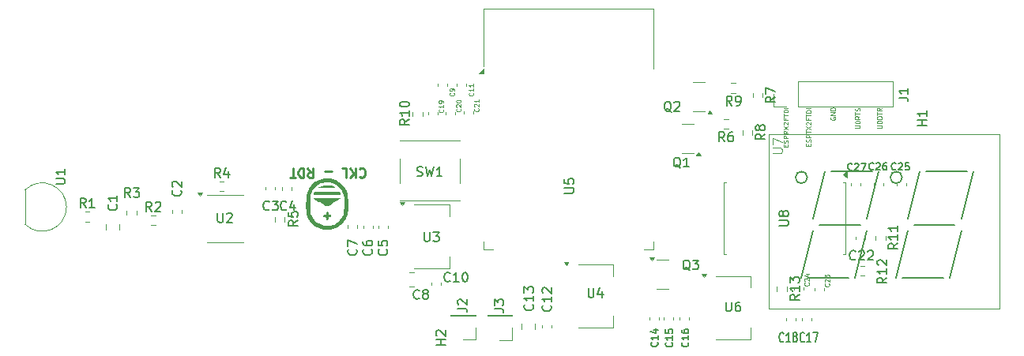
<source format=gbr>
%TF.GenerationSoftware,KiCad,Pcbnew,8.0.2*%
%TF.CreationDate,2024-05-19T20:09:33-03:00*%
%TF.ProjectId,Diseno1,44697365-6e6f-4312-9e6b-696361645f70,01*%
%TF.SameCoordinates,Original*%
%TF.FileFunction,Legend,Top*%
%TF.FilePolarity,Positive*%
%FSLAX46Y46*%
G04 Gerber Fmt 4.6, Leading zero omitted, Abs format (unit mm)*
G04 Created by KiCad (PCBNEW 8.0.2) date 2024-05-19 20:09:33*
%MOMM*%
%LPD*%
G01*
G04 APERTURE LIST*
%ADD10C,0.250000*%
%ADD11C,0.150000*%
%ADD12C,0.125000*%
%ADD13C,0.100000*%
%ADD14C,0.120000*%
%ADD15C,0.000000*%
G04 APERTURE END LIST*
D10*
X68506003Y-96170619D02*
X68553622Y-96123000D01*
X68553622Y-96123000D02*
X68696479Y-96075380D01*
X68696479Y-96075380D02*
X68791717Y-96075380D01*
X68791717Y-96075380D02*
X68934574Y-96123000D01*
X68934574Y-96123000D02*
X69029812Y-96218238D01*
X69029812Y-96218238D02*
X69077431Y-96313476D01*
X69077431Y-96313476D02*
X69125050Y-96503952D01*
X69125050Y-96503952D02*
X69125050Y-96646809D01*
X69125050Y-96646809D02*
X69077431Y-96837285D01*
X69077431Y-96837285D02*
X69029812Y-96932523D01*
X69029812Y-96932523D02*
X68934574Y-97027761D01*
X68934574Y-97027761D02*
X68791717Y-97075380D01*
X68791717Y-97075380D02*
X68696479Y-97075380D01*
X68696479Y-97075380D02*
X68553622Y-97027761D01*
X68553622Y-97027761D02*
X68506003Y-96980142D01*
X68077431Y-96075380D02*
X68077431Y-97075380D01*
X67506003Y-96075380D02*
X67934574Y-96646809D01*
X67506003Y-97075380D02*
X68077431Y-96503952D01*
X66601241Y-96075380D02*
X67077431Y-96075380D01*
X67077431Y-96075380D02*
X67077431Y-97075380D01*
X65506002Y-96456333D02*
X64744098Y-96456333D01*
X62934574Y-96075380D02*
X63267907Y-96551571D01*
X63506002Y-96075380D02*
X63506002Y-97075380D01*
X63506002Y-97075380D02*
X63125050Y-97075380D01*
X63125050Y-97075380D02*
X63029812Y-97027761D01*
X63029812Y-97027761D02*
X62982193Y-96980142D01*
X62982193Y-96980142D02*
X62934574Y-96884904D01*
X62934574Y-96884904D02*
X62934574Y-96742047D01*
X62934574Y-96742047D02*
X62982193Y-96646809D01*
X62982193Y-96646809D02*
X63029812Y-96599190D01*
X63029812Y-96599190D02*
X63125050Y-96551571D01*
X63125050Y-96551571D02*
X63506002Y-96551571D01*
X62506002Y-96075380D02*
X62506002Y-97075380D01*
X62506002Y-97075380D02*
X62267907Y-97075380D01*
X62267907Y-97075380D02*
X62125050Y-97027761D01*
X62125050Y-97027761D02*
X62029812Y-96932523D01*
X62029812Y-96932523D02*
X61982193Y-96837285D01*
X61982193Y-96837285D02*
X61934574Y-96646809D01*
X61934574Y-96646809D02*
X61934574Y-96503952D01*
X61934574Y-96503952D02*
X61982193Y-96313476D01*
X61982193Y-96313476D02*
X62029812Y-96218238D01*
X62029812Y-96218238D02*
X62125050Y-96123000D01*
X62125050Y-96123000D02*
X62267907Y-96075380D01*
X62267907Y-96075380D02*
X62506002Y-96075380D01*
X61648859Y-97075380D02*
X61077431Y-97075380D01*
X61363145Y-96075380D02*
X61363145Y-97075380D01*
D11*
X73804819Y-90852857D02*
X73328628Y-91186190D01*
X73804819Y-91424285D02*
X72804819Y-91424285D01*
X72804819Y-91424285D02*
X72804819Y-91043333D01*
X72804819Y-91043333D02*
X72852438Y-90948095D01*
X72852438Y-90948095D02*
X72900057Y-90900476D01*
X72900057Y-90900476D02*
X72995295Y-90852857D01*
X72995295Y-90852857D02*
X73138152Y-90852857D01*
X73138152Y-90852857D02*
X73233390Y-90900476D01*
X73233390Y-90900476D02*
X73281009Y-90948095D01*
X73281009Y-90948095D02*
X73328628Y-91043333D01*
X73328628Y-91043333D02*
X73328628Y-91424285D01*
X73804819Y-89900476D02*
X73804819Y-90471904D01*
X73804819Y-90186190D02*
X72804819Y-90186190D01*
X72804819Y-90186190D02*
X72947676Y-90281428D01*
X72947676Y-90281428D02*
X73042914Y-90376666D01*
X73042914Y-90376666D02*
X73090533Y-90471904D01*
X72804819Y-89281428D02*
X72804819Y-89186190D01*
X72804819Y-89186190D02*
X72852438Y-89090952D01*
X72852438Y-89090952D02*
X72900057Y-89043333D01*
X72900057Y-89043333D02*
X72995295Y-88995714D01*
X72995295Y-88995714D02*
X73185771Y-88948095D01*
X73185771Y-88948095D02*
X73423866Y-88948095D01*
X73423866Y-88948095D02*
X73614342Y-88995714D01*
X73614342Y-88995714D02*
X73709580Y-89043333D01*
X73709580Y-89043333D02*
X73757200Y-89090952D01*
X73757200Y-89090952D02*
X73804819Y-89186190D01*
X73804819Y-89186190D02*
X73804819Y-89281428D01*
X73804819Y-89281428D02*
X73757200Y-89376666D01*
X73757200Y-89376666D02*
X73709580Y-89424285D01*
X73709580Y-89424285D02*
X73614342Y-89471904D01*
X73614342Y-89471904D02*
X73423866Y-89519523D01*
X73423866Y-89519523D02*
X73185771Y-89519523D01*
X73185771Y-89519523D02*
X72995295Y-89471904D01*
X72995295Y-89471904D02*
X72900057Y-89424285D01*
X72900057Y-89424285D02*
X72852438Y-89376666D01*
X72852438Y-89376666D02*
X72804819Y-89281428D01*
X123577856Y-96187735D02*
X123542142Y-96223450D01*
X123542142Y-96223450D02*
X123434999Y-96259164D01*
X123434999Y-96259164D02*
X123363571Y-96259164D01*
X123363571Y-96259164D02*
X123256428Y-96223450D01*
X123256428Y-96223450D02*
X123184999Y-96152021D01*
X123184999Y-96152021D02*
X123149285Y-96080592D01*
X123149285Y-96080592D02*
X123113571Y-95937735D01*
X123113571Y-95937735D02*
X123113571Y-95830592D01*
X123113571Y-95830592D02*
X123149285Y-95687735D01*
X123149285Y-95687735D02*
X123184999Y-95616307D01*
X123184999Y-95616307D02*
X123256428Y-95544878D01*
X123256428Y-95544878D02*
X123363571Y-95509164D01*
X123363571Y-95509164D02*
X123434999Y-95509164D01*
X123434999Y-95509164D02*
X123542142Y-95544878D01*
X123542142Y-95544878D02*
X123577856Y-95580592D01*
X123863571Y-95580592D02*
X123899285Y-95544878D01*
X123899285Y-95544878D02*
X123970714Y-95509164D01*
X123970714Y-95509164D02*
X124149285Y-95509164D01*
X124149285Y-95509164D02*
X124220714Y-95544878D01*
X124220714Y-95544878D02*
X124256428Y-95580592D01*
X124256428Y-95580592D02*
X124292142Y-95652021D01*
X124292142Y-95652021D02*
X124292142Y-95723450D01*
X124292142Y-95723450D02*
X124256428Y-95830592D01*
X124256428Y-95830592D02*
X123827856Y-96259164D01*
X123827856Y-96259164D02*
X124292142Y-96259164D01*
X124935000Y-95509164D02*
X124792142Y-95509164D01*
X124792142Y-95509164D02*
X124720714Y-95544878D01*
X124720714Y-95544878D02*
X124685000Y-95580592D01*
X124685000Y-95580592D02*
X124613571Y-95687735D01*
X124613571Y-95687735D02*
X124577857Y-95830592D01*
X124577857Y-95830592D02*
X124577857Y-96116307D01*
X124577857Y-96116307D02*
X124613571Y-96187735D01*
X124613571Y-96187735D02*
X124649285Y-96223450D01*
X124649285Y-96223450D02*
X124720714Y-96259164D01*
X124720714Y-96259164D02*
X124863571Y-96259164D01*
X124863571Y-96259164D02*
X124935000Y-96223450D01*
X124935000Y-96223450D02*
X124970714Y-96187735D01*
X124970714Y-96187735D02*
X125006428Y-96116307D01*
X125006428Y-96116307D02*
X125006428Y-95937735D01*
X125006428Y-95937735D02*
X124970714Y-95866307D01*
X124970714Y-95866307D02*
X124935000Y-95830592D01*
X124935000Y-95830592D02*
X124863571Y-95794878D01*
X124863571Y-95794878D02*
X124720714Y-95794878D01*
X124720714Y-95794878D02*
X124649285Y-95830592D01*
X124649285Y-95830592D02*
X124613571Y-95866307D01*
X124613571Y-95866307D02*
X124577857Y-95937735D01*
X113454819Y-102261904D02*
X114264342Y-102261904D01*
X114264342Y-102261904D02*
X114359580Y-102214285D01*
X114359580Y-102214285D02*
X114407200Y-102166666D01*
X114407200Y-102166666D02*
X114454819Y-102071428D01*
X114454819Y-102071428D02*
X114454819Y-101880952D01*
X114454819Y-101880952D02*
X114407200Y-101785714D01*
X114407200Y-101785714D02*
X114359580Y-101738095D01*
X114359580Y-101738095D02*
X114264342Y-101690476D01*
X114264342Y-101690476D02*
X113454819Y-101690476D01*
X113883390Y-101071428D02*
X113835771Y-101166666D01*
X113835771Y-101166666D02*
X113788152Y-101214285D01*
X113788152Y-101214285D02*
X113692914Y-101261904D01*
X113692914Y-101261904D02*
X113645295Y-101261904D01*
X113645295Y-101261904D02*
X113550057Y-101214285D01*
X113550057Y-101214285D02*
X113502438Y-101166666D01*
X113502438Y-101166666D02*
X113454819Y-101071428D01*
X113454819Y-101071428D02*
X113454819Y-100880952D01*
X113454819Y-100880952D02*
X113502438Y-100785714D01*
X113502438Y-100785714D02*
X113550057Y-100738095D01*
X113550057Y-100738095D02*
X113645295Y-100690476D01*
X113645295Y-100690476D02*
X113692914Y-100690476D01*
X113692914Y-100690476D02*
X113788152Y-100738095D01*
X113788152Y-100738095D02*
X113835771Y-100785714D01*
X113835771Y-100785714D02*
X113883390Y-100880952D01*
X113883390Y-100880952D02*
X113883390Y-101071428D01*
X113883390Y-101071428D02*
X113931009Y-101166666D01*
X113931009Y-101166666D02*
X113978628Y-101214285D01*
X113978628Y-101214285D02*
X114073866Y-101261904D01*
X114073866Y-101261904D02*
X114264342Y-101261904D01*
X114264342Y-101261904D02*
X114359580Y-101214285D01*
X114359580Y-101214285D02*
X114407200Y-101166666D01*
X114407200Y-101166666D02*
X114454819Y-101071428D01*
X114454819Y-101071428D02*
X114454819Y-100880952D01*
X114454819Y-100880952D02*
X114407200Y-100785714D01*
X114407200Y-100785714D02*
X114359580Y-100738095D01*
X114359580Y-100738095D02*
X114264342Y-100690476D01*
X114264342Y-100690476D02*
X114073866Y-100690476D01*
X114073866Y-100690476D02*
X113978628Y-100738095D01*
X113978628Y-100738095D02*
X113931009Y-100785714D01*
X113931009Y-100785714D02*
X113883390Y-100880952D01*
X78197142Y-108179580D02*
X78149523Y-108227200D01*
X78149523Y-108227200D02*
X78006666Y-108274819D01*
X78006666Y-108274819D02*
X77911428Y-108274819D01*
X77911428Y-108274819D02*
X77768571Y-108227200D01*
X77768571Y-108227200D02*
X77673333Y-108131961D01*
X77673333Y-108131961D02*
X77625714Y-108036723D01*
X77625714Y-108036723D02*
X77578095Y-107846247D01*
X77578095Y-107846247D02*
X77578095Y-107703390D01*
X77578095Y-107703390D02*
X77625714Y-107512914D01*
X77625714Y-107512914D02*
X77673333Y-107417676D01*
X77673333Y-107417676D02*
X77768571Y-107322438D01*
X77768571Y-107322438D02*
X77911428Y-107274819D01*
X77911428Y-107274819D02*
X78006666Y-107274819D01*
X78006666Y-107274819D02*
X78149523Y-107322438D01*
X78149523Y-107322438D02*
X78197142Y-107370057D01*
X79149523Y-108274819D02*
X78578095Y-108274819D01*
X78863809Y-108274819D02*
X78863809Y-107274819D01*
X78863809Y-107274819D02*
X78768571Y-107417676D01*
X78768571Y-107417676D02*
X78673333Y-107512914D01*
X78673333Y-107512914D02*
X78578095Y-107560533D01*
X79768571Y-107274819D02*
X79863809Y-107274819D01*
X79863809Y-107274819D02*
X79959047Y-107322438D01*
X79959047Y-107322438D02*
X80006666Y-107370057D01*
X80006666Y-107370057D02*
X80054285Y-107465295D01*
X80054285Y-107465295D02*
X80101904Y-107655771D01*
X80101904Y-107655771D02*
X80101904Y-107893866D01*
X80101904Y-107893866D02*
X80054285Y-108084342D01*
X80054285Y-108084342D02*
X80006666Y-108179580D01*
X80006666Y-108179580D02*
X79959047Y-108227200D01*
X79959047Y-108227200D02*
X79863809Y-108274819D01*
X79863809Y-108274819D02*
X79768571Y-108274819D01*
X79768571Y-108274819D02*
X79673333Y-108227200D01*
X79673333Y-108227200D02*
X79625714Y-108179580D01*
X79625714Y-108179580D02*
X79578095Y-108084342D01*
X79578095Y-108084342D02*
X79530476Y-107893866D01*
X79530476Y-107893866D02*
X79530476Y-107655771D01*
X79530476Y-107655771D02*
X79578095Y-107465295D01*
X79578095Y-107465295D02*
X79625714Y-107370057D01*
X79625714Y-107370057D02*
X79673333Y-107322438D01*
X79673333Y-107322438D02*
X79768571Y-107274819D01*
X61874819Y-101706666D02*
X61398628Y-102039999D01*
X61874819Y-102278094D02*
X60874819Y-102278094D01*
X60874819Y-102278094D02*
X60874819Y-101897142D01*
X60874819Y-101897142D02*
X60922438Y-101801904D01*
X60922438Y-101801904D02*
X60970057Y-101754285D01*
X60970057Y-101754285D02*
X61065295Y-101706666D01*
X61065295Y-101706666D02*
X61208152Y-101706666D01*
X61208152Y-101706666D02*
X61303390Y-101754285D01*
X61303390Y-101754285D02*
X61351009Y-101801904D01*
X61351009Y-101801904D02*
X61398628Y-101897142D01*
X61398628Y-101897142D02*
X61398628Y-102278094D01*
X60874819Y-100801904D02*
X60874819Y-101278094D01*
X60874819Y-101278094D02*
X61351009Y-101325713D01*
X61351009Y-101325713D02*
X61303390Y-101278094D01*
X61303390Y-101278094D02*
X61255771Y-101182856D01*
X61255771Y-101182856D02*
X61255771Y-100944761D01*
X61255771Y-100944761D02*
X61303390Y-100849523D01*
X61303390Y-100849523D02*
X61351009Y-100801904D01*
X61351009Y-100801904D02*
X61446247Y-100754285D01*
X61446247Y-100754285D02*
X61684342Y-100754285D01*
X61684342Y-100754285D02*
X61779580Y-100801904D01*
X61779580Y-100801904D02*
X61827200Y-100849523D01*
X61827200Y-100849523D02*
X61874819Y-100944761D01*
X61874819Y-100944761D02*
X61874819Y-101182856D01*
X61874819Y-101182856D02*
X61827200Y-101278094D01*
X61827200Y-101278094D02*
X61779580Y-101325713D01*
X60653333Y-100519580D02*
X60605714Y-100567200D01*
X60605714Y-100567200D02*
X60462857Y-100614819D01*
X60462857Y-100614819D02*
X60367619Y-100614819D01*
X60367619Y-100614819D02*
X60224762Y-100567200D01*
X60224762Y-100567200D02*
X60129524Y-100471961D01*
X60129524Y-100471961D02*
X60081905Y-100376723D01*
X60081905Y-100376723D02*
X60034286Y-100186247D01*
X60034286Y-100186247D02*
X60034286Y-100043390D01*
X60034286Y-100043390D02*
X60081905Y-99852914D01*
X60081905Y-99852914D02*
X60129524Y-99757676D01*
X60129524Y-99757676D02*
X60224762Y-99662438D01*
X60224762Y-99662438D02*
X60367619Y-99614819D01*
X60367619Y-99614819D02*
X60462857Y-99614819D01*
X60462857Y-99614819D02*
X60605714Y-99662438D01*
X60605714Y-99662438D02*
X60653333Y-99710057D01*
X61510476Y-99948152D02*
X61510476Y-100614819D01*
X61272381Y-99567200D02*
X61034286Y-100281485D01*
X61034286Y-100281485D02*
X61653333Y-100281485D01*
X71404580Y-104796666D02*
X71452200Y-104844285D01*
X71452200Y-104844285D02*
X71499819Y-104987142D01*
X71499819Y-104987142D02*
X71499819Y-105082380D01*
X71499819Y-105082380D02*
X71452200Y-105225237D01*
X71452200Y-105225237D02*
X71356961Y-105320475D01*
X71356961Y-105320475D02*
X71261723Y-105368094D01*
X71261723Y-105368094D02*
X71071247Y-105415713D01*
X71071247Y-105415713D02*
X70928390Y-105415713D01*
X70928390Y-105415713D02*
X70737914Y-105368094D01*
X70737914Y-105368094D02*
X70642676Y-105320475D01*
X70642676Y-105320475D02*
X70547438Y-105225237D01*
X70547438Y-105225237D02*
X70499819Y-105082380D01*
X70499819Y-105082380D02*
X70499819Y-104987142D01*
X70499819Y-104987142D02*
X70547438Y-104844285D01*
X70547438Y-104844285D02*
X70595057Y-104796666D01*
X70499819Y-103891904D02*
X70499819Y-104368094D01*
X70499819Y-104368094D02*
X70976009Y-104415713D01*
X70976009Y-104415713D02*
X70928390Y-104368094D01*
X70928390Y-104368094D02*
X70880771Y-104272856D01*
X70880771Y-104272856D02*
X70880771Y-104034761D01*
X70880771Y-104034761D02*
X70928390Y-103939523D01*
X70928390Y-103939523D02*
X70976009Y-103891904D01*
X70976009Y-103891904D02*
X71071247Y-103844285D01*
X71071247Y-103844285D02*
X71309342Y-103844285D01*
X71309342Y-103844285D02*
X71404580Y-103891904D01*
X71404580Y-103891904D02*
X71452200Y-103939523D01*
X71452200Y-103939523D02*
X71499819Y-104034761D01*
X71499819Y-104034761D02*
X71499819Y-104272856D01*
X71499819Y-104272856D02*
X71452200Y-104368094D01*
X71452200Y-104368094D02*
X71404580Y-104415713D01*
X111944819Y-92426666D02*
X111468628Y-92759999D01*
X111944819Y-92998094D02*
X110944819Y-92998094D01*
X110944819Y-92998094D02*
X110944819Y-92617142D01*
X110944819Y-92617142D02*
X110992438Y-92521904D01*
X110992438Y-92521904D02*
X111040057Y-92474285D01*
X111040057Y-92474285D02*
X111135295Y-92426666D01*
X111135295Y-92426666D02*
X111278152Y-92426666D01*
X111278152Y-92426666D02*
X111373390Y-92474285D01*
X111373390Y-92474285D02*
X111421009Y-92521904D01*
X111421009Y-92521904D02*
X111468628Y-92617142D01*
X111468628Y-92617142D02*
X111468628Y-92998094D01*
X111373390Y-91855237D02*
X111325771Y-91950475D01*
X111325771Y-91950475D02*
X111278152Y-91998094D01*
X111278152Y-91998094D02*
X111182914Y-92045713D01*
X111182914Y-92045713D02*
X111135295Y-92045713D01*
X111135295Y-92045713D02*
X111040057Y-91998094D01*
X111040057Y-91998094D02*
X110992438Y-91950475D01*
X110992438Y-91950475D02*
X110944819Y-91855237D01*
X110944819Y-91855237D02*
X110944819Y-91664761D01*
X110944819Y-91664761D02*
X110992438Y-91569523D01*
X110992438Y-91569523D02*
X111040057Y-91521904D01*
X111040057Y-91521904D02*
X111135295Y-91474285D01*
X111135295Y-91474285D02*
X111182914Y-91474285D01*
X111182914Y-91474285D02*
X111278152Y-91521904D01*
X111278152Y-91521904D02*
X111325771Y-91569523D01*
X111325771Y-91569523D02*
X111373390Y-91664761D01*
X111373390Y-91664761D02*
X111373390Y-91855237D01*
X111373390Y-91855237D02*
X111421009Y-91950475D01*
X111421009Y-91950475D02*
X111468628Y-91998094D01*
X111468628Y-91998094D02*
X111563866Y-92045713D01*
X111563866Y-92045713D02*
X111754342Y-92045713D01*
X111754342Y-92045713D02*
X111849580Y-91998094D01*
X111849580Y-91998094D02*
X111897200Y-91950475D01*
X111897200Y-91950475D02*
X111944819Y-91855237D01*
X111944819Y-91855237D02*
X111944819Y-91664761D01*
X111944819Y-91664761D02*
X111897200Y-91569523D01*
X111897200Y-91569523D02*
X111849580Y-91521904D01*
X111849580Y-91521904D02*
X111754342Y-91474285D01*
X111754342Y-91474285D02*
X111563866Y-91474285D01*
X111563866Y-91474285D02*
X111468628Y-91521904D01*
X111468628Y-91521904D02*
X111421009Y-91569523D01*
X111421009Y-91569523D02*
X111373390Y-91664761D01*
X39163333Y-100324819D02*
X38830000Y-99848628D01*
X38591905Y-100324819D02*
X38591905Y-99324819D01*
X38591905Y-99324819D02*
X38972857Y-99324819D01*
X38972857Y-99324819D02*
X39068095Y-99372438D01*
X39068095Y-99372438D02*
X39115714Y-99420057D01*
X39115714Y-99420057D02*
X39163333Y-99515295D01*
X39163333Y-99515295D02*
X39163333Y-99658152D01*
X39163333Y-99658152D02*
X39115714Y-99753390D01*
X39115714Y-99753390D02*
X39068095Y-99801009D01*
X39068095Y-99801009D02*
X38972857Y-99848628D01*
X38972857Y-99848628D02*
X38591905Y-99848628D01*
X40115714Y-100324819D02*
X39544286Y-100324819D01*
X39830000Y-100324819D02*
X39830000Y-99324819D01*
X39830000Y-99324819D02*
X39734762Y-99467676D01*
X39734762Y-99467676D02*
X39639524Y-99562914D01*
X39639524Y-99562914D02*
X39544286Y-99610533D01*
D12*
X77437190Y-89791428D02*
X77461000Y-89815237D01*
X77461000Y-89815237D02*
X77484809Y-89886666D01*
X77484809Y-89886666D02*
X77484809Y-89934285D01*
X77484809Y-89934285D02*
X77461000Y-90005713D01*
X77461000Y-90005713D02*
X77413380Y-90053332D01*
X77413380Y-90053332D02*
X77365761Y-90077142D01*
X77365761Y-90077142D02*
X77270523Y-90100951D01*
X77270523Y-90100951D02*
X77199095Y-90100951D01*
X77199095Y-90100951D02*
X77103857Y-90077142D01*
X77103857Y-90077142D02*
X77056238Y-90053332D01*
X77056238Y-90053332D02*
X77008619Y-90005713D01*
X77008619Y-90005713D02*
X76984809Y-89934285D01*
X76984809Y-89934285D02*
X76984809Y-89886666D01*
X76984809Y-89886666D02*
X77008619Y-89815237D01*
X77008619Y-89815237D02*
X77032428Y-89791428D01*
X77484809Y-89315237D02*
X77484809Y-89600951D01*
X77484809Y-89458094D02*
X76984809Y-89458094D01*
X76984809Y-89458094D02*
X77056238Y-89505713D01*
X77056238Y-89505713D02*
X77103857Y-89553332D01*
X77103857Y-89553332D02*
X77127666Y-89600951D01*
X77484809Y-89077142D02*
X77484809Y-88981904D01*
X77484809Y-88981904D02*
X77461000Y-88934285D01*
X77461000Y-88934285D02*
X77437190Y-88910476D01*
X77437190Y-88910476D02*
X77365761Y-88862857D01*
X77365761Y-88862857D02*
X77270523Y-88839047D01*
X77270523Y-88839047D02*
X77080047Y-88839047D01*
X77080047Y-88839047D02*
X77032428Y-88862857D01*
X77032428Y-88862857D02*
X77008619Y-88886666D01*
X77008619Y-88886666D02*
X76984809Y-88934285D01*
X76984809Y-88934285D02*
X76984809Y-89029523D01*
X76984809Y-89029523D02*
X77008619Y-89077142D01*
X77008619Y-89077142D02*
X77032428Y-89100952D01*
X77032428Y-89100952D02*
X77080047Y-89124761D01*
X77080047Y-89124761D02*
X77199095Y-89124761D01*
X77199095Y-89124761D02*
X77246714Y-89100952D01*
X77246714Y-89100952D02*
X77270523Y-89077142D01*
X77270523Y-89077142D02*
X77294333Y-89029523D01*
X77294333Y-89029523D02*
X77294333Y-88934285D01*
X77294333Y-88934285D02*
X77270523Y-88886666D01*
X77270523Y-88886666D02*
X77246714Y-88862857D01*
X77246714Y-88862857D02*
X77199095Y-88839047D01*
D11*
X58813333Y-100519580D02*
X58765714Y-100567200D01*
X58765714Y-100567200D02*
X58622857Y-100614819D01*
X58622857Y-100614819D02*
X58527619Y-100614819D01*
X58527619Y-100614819D02*
X58384762Y-100567200D01*
X58384762Y-100567200D02*
X58289524Y-100471961D01*
X58289524Y-100471961D02*
X58241905Y-100376723D01*
X58241905Y-100376723D02*
X58194286Y-100186247D01*
X58194286Y-100186247D02*
X58194286Y-100043390D01*
X58194286Y-100043390D02*
X58241905Y-99852914D01*
X58241905Y-99852914D02*
X58289524Y-99757676D01*
X58289524Y-99757676D02*
X58384762Y-99662438D01*
X58384762Y-99662438D02*
X58527619Y-99614819D01*
X58527619Y-99614819D02*
X58622857Y-99614819D01*
X58622857Y-99614819D02*
X58765714Y-99662438D01*
X58765714Y-99662438D02*
X58813333Y-99710057D01*
X59146667Y-99614819D02*
X59765714Y-99614819D01*
X59765714Y-99614819D02*
X59432381Y-99995771D01*
X59432381Y-99995771D02*
X59575238Y-99995771D01*
X59575238Y-99995771D02*
X59670476Y-100043390D01*
X59670476Y-100043390D02*
X59718095Y-100091009D01*
X59718095Y-100091009D02*
X59765714Y-100186247D01*
X59765714Y-100186247D02*
X59765714Y-100424342D01*
X59765714Y-100424342D02*
X59718095Y-100519580D01*
X59718095Y-100519580D02*
X59670476Y-100567200D01*
X59670476Y-100567200D02*
X59575238Y-100614819D01*
X59575238Y-100614819D02*
X59289524Y-100614819D01*
X59289524Y-100614819D02*
X59194286Y-100567200D01*
X59194286Y-100567200D02*
X59146667Y-100519580D01*
D12*
X81237190Y-89681428D02*
X81261000Y-89705237D01*
X81261000Y-89705237D02*
X81284809Y-89776666D01*
X81284809Y-89776666D02*
X81284809Y-89824285D01*
X81284809Y-89824285D02*
X81261000Y-89895713D01*
X81261000Y-89895713D02*
X81213380Y-89943332D01*
X81213380Y-89943332D02*
X81165761Y-89967142D01*
X81165761Y-89967142D02*
X81070523Y-89990951D01*
X81070523Y-89990951D02*
X80999095Y-89990951D01*
X80999095Y-89990951D02*
X80903857Y-89967142D01*
X80903857Y-89967142D02*
X80856238Y-89943332D01*
X80856238Y-89943332D02*
X80808619Y-89895713D01*
X80808619Y-89895713D02*
X80784809Y-89824285D01*
X80784809Y-89824285D02*
X80784809Y-89776666D01*
X80784809Y-89776666D02*
X80808619Y-89705237D01*
X80808619Y-89705237D02*
X80832428Y-89681428D01*
X80832428Y-89490951D02*
X80808619Y-89467142D01*
X80808619Y-89467142D02*
X80784809Y-89419523D01*
X80784809Y-89419523D02*
X80784809Y-89300475D01*
X80784809Y-89300475D02*
X80808619Y-89252856D01*
X80808619Y-89252856D02*
X80832428Y-89229047D01*
X80832428Y-89229047D02*
X80880047Y-89205237D01*
X80880047Y-89205237D02*
X80927666Y-89205237D01*
X80927666Y-89205237D02*
X80999095Y-89229047D01*
X80999095Y-89229047D02*
X81284809Y-89514761D01*
X81284809Y-89514761D02*
X81284809Y-89205237D01*
X81284809Y-88729047D02*
X81284809Y-89014761D01*
X81284809Y-88871904D02*
X80784809Y-88871904D01*
X80784809Y-88871904D02*
X80856238Y-88919523D01*
X80856238Y-88919523D02*
X80903857Y-88967142D01*
X80903857Y-88967142D02*
X80927666Y-89014761D01*
D11*
X126174819Y-104162857D02*
X125698628Y-104496190D01*
X126174819Y-104734285D02*
X125174819Y-104734285D01*
X125174819Y-104734285D02*
X125174819Y-104353333D01*
X125174819Y-104353333D02*
X125222438Y-104258095D01*
X125222438Y-104258095D02*
X125270057Y-104210476D01*
X125270057Y-104210476D02*
X125365295Y-104162857D01*
X125365295Y-104162857D02*
X125508152Y-104162857D01*
X125508152Y-104162857D02*
X125603390Y-104210476D01*
X125603390Y-104210476D02*
X125651009Y-104258095D01*
X125651009Y-104258095D02*
X125698628Y-104353333D01*
X125698628Y-104353333D02*
X125698628Y-104734285D01*
X126174819Y-103210476D02*
X126174819Y-103781904D01*
X126174819Y-103496190D02*
X125174819Y-103496190D01*
X125174819Y-103496190D02*
X125317676Y-103591428D01*
X125317676Y-103591428D02*
X125412914Y-103686666D01*
X125412914Y-103686666D02*
X125460533Y-103781904D01*
X126174819Y-102258095D02*
X126174819Y-102829523D01*
X126174819Y-102543809D02*
X125174819Y-102543809D01*
X125174819Y-102543809D02*
X125317676Y-102639047D01*
X125317676Y-102639047D02*
X125412914Y-102734285D01*
X125412914Y-102734285D02*
X125460533Y-102829523D01*
X69769580Y-104796666D02*
X69817200Y-104844285D01*
X69817200Y-104844285D02*
X69864819Y-104987142D01*
X69864819Y-104987142D02*
X69864819Y-105082380D01*
X69864819Y-105082380D02*
X69817200Y-105225237D01*
X69817200Y-105225237D02*
X69721961Y-105320475D01*
X69721961Y-105320475D02*
X69626723Y-105368094D01*
X69626723Y-105368094D02*
X69436247Y-105415713D01*
X69436247Y-105415713D02*
X69293390Y-105415713D01*
X69293390Y-105415713D02*
X69102914Y-105368094D01*
X69102914Y-105368094D02*
X69007676Y-105320475D01*
X69007676Y-105320475D02*
X68912438Y-105225237D01*
X68912438Y-105225237D02*
X68864819Y-105082380D01*
X68864819Y-105082380D02*
X68864819Y-104987142D01*
X68864819Y-104987142D02*
X68912438Y-104844285D01*
X68912438Y-104844285D02*
X68960057Y-104796666D01*
X68864819Y-103939523D02*
X68864819Y-104129999D01*
X68864819Y-104129999D02*
X68912438Y-104225237D01*
X68912438Y-104225237D02*
X68960057Y-104272856D01*
X68960057Y-104272856D02*
X69102914Y-104368094D01*
X69102914Y-104368094D02*
X69293390Y-104415713D01*
X69293390Y-104415713D02*
X69674342Y-104415713D01*
X69674342Y-104415713D02*
X69769580Y-104368094D01*
X69769580Y-104368094D02*
X69817200Y-104320475D01*
X69817200Y-104320475D02*
X69864819Y-104225237D01*
X69864819Y-104225237D02*
X69864819Y-104034761D01*
X69864819Y-104034761D02*
X69817200Y-103939523D01*
X69817200Y-103939523D02*
X69769580Y-103891904D01*
X69769580Y-103891904D02*
X69674342Y-103844285D01*
X69674342Y-103844285D02*
X69436247Y-103844285D01*
X69436247Y-103844285D02*
X69341009Y-103891904D01*
X69341009Y-103891904D02*
X69293390Y-103939523D01*
X69293390Y-103939523D02*
X69245771Y-104034761D01*
X69245771Y-104034761D02*
X69245771Y-104225237D01*
X69245771Y-104225237D02*
X69293390Y-104320475D01*
X69293390Y-104320475D02*
X69341009Y-104368094D01*
X69341009Y-104368094D02*
X69436247Y-104415713D01*
X87039580Y-110722857D02*
X87087200Y-110770476D01*
X87087200Y-110770476D02*
X87134819Y-110913333D01*
X87134819Y-110913333D02*
X87134819Y-111008571D01*
X87134819Y-111008571D02*
X87087200Y-111151428D01*
X87087200Y-111151428D02*
X86991961Y-111246666D01*
X86991961Y-111246666D02*
X86896723Y-111294285D01*
X86896723Y-111294285D02*
X86706247Y-111341904D01*
X86706247Y-111341904D02*
X86563390Y-111341904D01*
X86563390Y-111341904D02*
X86372914Y-111294285D01*
X86372914Y-111294285D02*
X86277676Y-111246666D01*
X86277676Y-111246666D02*
X86182438Y-111151428D01*
X86182438Y-111151428D02*
X86134819Y-111008571D01*
X86134819Y-111008571D02*
X86134819Y-110913333D01*
X86134819Y-110913333D02*
X86182438Y-110770476D01*
X86182438Y-110770476D02*
X86230057Y-110722857D01*
X87134819Y-109770476D02*
X87134819Y-110341904D01*
X87134819Y-110056190D02*
X86134819Y-110056190D01*
X86134819Y-110056190D02*
X86277676Y-110151428D01*
X86277676Y-110151428D02*
X86372914Y-110246666D01*
X86372914Y-110246666D02*
X86420533Y-110341904D01*
X86134819Y-109437142D02*
X86134819Y-108818095D01*
X86134819Y-108818095D02*
X86515771Y-109151428D01*
X86515771Y-109151428D02*
X86515771Y-109008571D01*
X86515771Y-109008571D02*
X86563390Y-108913333D01*
X86563390Y-108913333D02*
X86611009Y-108865714D01*
X86611009Y-108865714D02*
X86706247Y-108818095D01*
X86706247Y-108818095D02*
X86944342Y-108818095D01*
X86944342Y-108818095D02*
X87039580Y-108865714D01*
X87039580Y-108865714D02*
X87087200Y-108913333D01*
X87087200Y-108913333D02*
X87134819Y-109008571D01*
X87134819Y-109008571D02*
X87134819Y-109294285D01*
X87134819Y-109294285D02*
X87087200Y-109389523D01*
X87087200Y-109389523D02*
X87039580Y-109437142D01*
X107603333Y-93224819D02*
X107270000Y-92748628D01*
X107031905Y-93224819D02*
X107031905Y-92224819D01*
X107031905Y-92224819D02*
X107412857Y-92224819D01*
X107412857Y-92224819D02*
X107508095Y-92272438D01*
X107508095Y-92272438D02*
X107555714Y-92320057D01*
X107555714Y-92320057D02*
X107603333Y-92415295D01*
X107603333Y-92415295D02*
X107603333Y-92558152D01*
X107603333Y-92558152D02*
X107555714Y-92653390D01*
X107555714Y-92653390D02*
X107508095Y-92701009D01*
X107508095Y-92701009D02*
X107412857Y-92748628D01*
X107412857Y-92748628D02*
X107031905Y-92748628D01*
X108460476Y-92224819D02*
X108270000Y-92224819D01*
X108270000Y-92224819D02*
X108174762Y-92272438D01*
X108174762Y-92272438D02*
X108127143Y-92320057D01*
X108127143Y-92320057D02*
X108031905Y-92462914D01*
X108031905Y-92462914D02*
X107984286Y-92653390D01*
X107984286Y-92653390D02*
X107984286Y-93034342D01*
X107984286Y-93034342D02*
X108031905Y-93129580D01*
X108031905Y-93129580D02*
X108079524Y-93177200D01*
X108079524Y-93177200D02*
X108174762Y-93224819D01*
X108174762Y-93224819D02*
X108365238Y-93224819D01*
X108365238Y-93224819D02*
X108460476Y-93177200D01*
X108460476Y-93177200D02*
X108508095Y-93129580D01*
X108508095Y-93129580D02*
X108555714Y-93034342D01*
X108555714Y-93034342D02*
X108555714Y-92796247D01*
X108555714Y-92796247D02*
X108508095Y-92701009D01*
X108508095Y-92701009D02*
X108460476Y-92653390D01*
X108460476Y-92653390D02*
X108365238Y-92605771D01*
X108365238Y-92605771D02*
X108174762Y-92605771D01*
X108174762Y-92605771D02*
X108079524Y-92653390D01*
X108079524Y-92653390D02*
X108031905Y-92701009D01*
X108031905Y-92701009D02*
X107984286Y-92796247D01*
X79024819Y-111143333D02*
X79739104Y-111143333D01*
X79739104Y-111143333D02*
X79881961Y-111190952D01*
X79881961Y-111190952D02*
X79977200Y-111286190D01*
X79977200Y-111286190D02*
X80024819Y-111429047D01*
X80024819Y-111429047D02*
X80024819Y-111524285D01*
X79120057Y-110714761D02*
X79072438Y-110667142D01*
X79072438Y-110667142D02*
X79024819Y-110571904D01*
X79024819Y-110571904D02*
X79024819Y-110333809D01*
X79024819Y-110333809D02*
X79072438Y-110238571D01*
X79072438Y-110238571D02*
X79120057Y-110190952D01*
X79120057Y-110190952D02*
X79215295Y-110143333D01*
X79215295Y-110143333D02*
X79310533Y-110143333D01*
X79310533Y-110143333D02*
X79453390Y-110190952D01*
X79453390Y-110190952D02*
X80024819Y-110762380D01*
X80024819Y-110762380D02*
X80024819Y-110143333D01*
X108403333Y-89374819D02*
X108070000Y-88898628D01*
X107831905Y-89374819D02*
X107831905Y-88374819D01*
X107831905Y-88374819D02*
X108212857Y-88374819D01*
X108212857Y-88374819D02*
X108308095Y-88422438D01*
X108308095Y-88422438D02*
X108355714Y-88470057D01*
X108355714Y-88470057D02*
X108403333Y-88565295D01*
X108403333Y-88565295D02*
X108403333Y-88708152D01*
X108403333Y-88708152D02*
X108355714Y-88803390D01*
X108355714Y-88803390D02*
X108308095Y-88851009D01*
X108308095Y-88851009D02*
X108212857Y-88898628D01*
X108212857Y-88898628D02*
X107831905Y-88898628D01*
X108879524Y-89374819D02*
X109070000Y-89374819D01*
X109070000Y-89374819D02*
X109165238Y-89327200D01*
X109165238Y-89327200D02*
X109212857Y-89279580D01*
X109212857Y-89279580D02*
X109308095Y-89136723D01*
X109308095Y-89136723D02*
X109355714Y-88946247D01*
X109355714Y-88946247D02*
X109355714Y-88565295D01*
X109355714Y-88565295D02*
X109308095Y-88470057D01*
X109308095Y-88470057D02*
X109260476Y-88422438D01*
X109260476Y-88422438D02*
X109165238Y-88374819D01*
X109165238Y-88374819D02*
X108974762Y-88374819D01*
X108974762Y-88374819D02*
X108879524Y-88422438D01*
X108879524Y-88422438D02*
X108831905Y-88470057D01*
X108831905Y-88470057D02*
X108784286Y-88565295D01*
X108784286Y-88565295D02*
X108784286Y-88803390D01*
X108784286Y-88803390D02*
X108831905Y-88898628D01*
X108831905Y-88898628D02*
X108879524Y-88946247D01*
X108879524Y-88946247D02*
X108974762Y-88993866D01*
X108974762Y-88993866D02*
X109165238Y-88993866D01*
X109165238Y-88993866D02*
X109260476Y-88946247D01*
X109260476Y-88946247D02*
X109308095Y-88898628D01*
X109308095Y-88898628D02*
X109355714Y-88803390D01*
D12*
X79307190Y-89721428D02*
X79331000Y-89745237D01*
X79331000Y-89745237D02*
X79354809Y-89816666D01*
X79354809Y-89816666D02*
X79354809Y-89864285D01*
X79354809Y-89864285D02*
X79331000Y-89935713D01*
X79331000Y-89935713D02*
X79283380Y-89983332D01*
X79283380Y-89983332D02*
X79235761Y-90007142D01*
X79235761Y-90007142D02*
X79140523Y-90030951D01*
X79140523Y-90030951D02*
X79069095Y-90030951D01*
X79069095Y-90030951D02*
X78973857Y-90007142D01*
X78973857Y-90007142D02*
X78926238Y-89983332D01*
X78926238Y-89983332D02*
X78878619Y-89935713D01*
X78878619Y-89935713D02*
X78854809Y-89864285D01*
X78854809Y-89864285D02*
X78854809Y-89816666D01*
X78854809Y-89816666D02*
X78878619Y-89745237D01*
X78878619Y-89745237D02*
X78902428Y-89721428D01*
X78902428Y-89530951D02*
X78878619Y-89507142D01*
X78878619Y-89507142D02*
X78854809Y-89459523D01*
X78854809Y-89459523D02*
X78854809Y-89340475D01*
X78854809Y-89340475D02*
X78878619Y-89292856D01*
X78878619Y-89292856D02*
X78902428Y-89269047D01*
X78902428Y-89269047D02*
X78950047Y-89245237D01*
X78950047Y-89245237D02*
X78997666Y-89245237D01*
X78997666Y-89245237D02*
X79069095Y-89269047D01*
X79069095Y-89269047D02*
X79354809Y-89554761D01*
X79354809Y-89554761D02*
X79354809Y-89245237D01*
X78854809Y-88935714D02*
X78854809Y-88888095D01*
X78854809Y-88888095D02*
X78878619Y-88840476D01*
X78878619Y-88840476D02*
X78902428Y-88816666D01*
X78902428Y-88816666D02*
X78950047Y-88792857D01*
X78950047Y-88792857D02*
X79045285Y-88769047D01*
X79045285Y-88769047D02*
X79164333Y-88769047D01*
X79164333Y-88769047D02*
X79259571Y-88792857D01*
X79259571Y-88792857D02*
X79307190Y-88816666D01*
X79307190Y-88816666D02*
X79331000Y-88840476D01*
X79331000Y-88840476D02*
X79354809Y-88888095D01*
X79354809Y-88888095D02*
X79354809Y-88935714D01*
X79354809Y-88935714D02*
X79331000Y-88983333D01*
X79331000Y-88983333D02*
X79307190Y-89007142D01*
X79307190Y-89007142D02*
X79259571Y-89030952D01*
X79259571Y-89030952D02*
X79164333Y-89054761D01*
X79164333Y-89054761D02*
X79045285Y-89054761D01*
X79045285Y-89054761D02*
X78950047Y-89030952D01*
X78950047Y-89030952D02*
X78902428Y-89007142D01*
X78902428Y-89007142D02*
X78878619Y-88983333D01*
X78878619Y-88983333D02*
X78854809Y-88935714D01*
D11*
X113034819Y-88436666D02*
X112558628Y-88769999D01*
X113034819Y-89008094D02*
X112034819Y-89008094D01*
X112034819Y-89008094D02*
X112034819Y-88627142D01*
X112034819Y-88627142D02*
X112082438Y-88531904D01*
X112082438Y-88531904D02*
X112130057Y-88484285D01*
X112130057Y-88484285D02*
X112225295Y-88436666D01*
X112225295Y-88436666D02*
X112368152Y-88436666D01*
X112368152Y-88436666D02*
X112463390Y-88484285D01*
X112463390Y-88484285D02*
X112511009Y-88531904D01*
X112511009Y-88531904D02*
X112558628Y-88627142D01*
X112558628Y-88627142D02*
X112558628Y-89008094D01*
X112034819Y-88103332D02*
X112034819Y-87436666D01*
X112034819Y-87436666D02*
X113034819Y-87865237D01*
X103904761Y-107050057D02*
X103809523Y-107002438D01*
X103809523Y-107002438D02*
X103714285Y-106907200D01*
X103714285Y-106907200D02*
X103571428Y-106764342D01*
X103571428Y-106764342D02*
X103476190Y-106716723D01*
X103476190Y-106716723D02*
X103380952Y-106716723D01*
X103428571Y-106954819D02*
X103333333Y-106907200D01*
X103333333Y-106907200D02*
X103238095Y-106811961D01*
X103238095Y-106811961D02*
X103190476Y-106621485D01*
X103190476Y-106621485D02*
X103190476Y-106288152D01*
X103190476Y-106288152D02*
X103238095Y-106097676D01*
X103238095Y-106097676D02*
X103333333Y-106002438D01*
X103333333Y-106002438D02*
X103428571Y-105954819D01*
X103428571Y-105954819D02*
X103619047Y-105954819D01*
X103619047Y-105954819D02*
X103714285Y-106002438D01*
X103714285Y-106002438D02*
X103809523Y-106097676D01*
X103809523Y-106097676D02*
X103857142Y-106288152D01*
X103857142Y-106288152D02*
X103857142Y-106621485D01*
X103857142Y-106621485D02*
X103809523Y-106811961D01*
X103809523Y-106811961D02*
X103714285Y-106907200D01*
X103714285Y-106907200D02*
X103619047Y-106954819D01*
X103619047Y-106954819D02*
X103428571Y-106954819D01*
X104190476Y-105954819D02*
X104809523Y-105954819D01*
X104809523Y-105954819D02*
X104476190Y-106335771D01*
X104476190Y-106335771D02*
X104619047Y-106335771D01*
X104619047Y-106335771D02*
X104714285Y-106383390D01*
X104714285Y-106383390D02*
X104761904Y-106431009D01*
X104761904Y-106431009D02*
X104809523Y-106526247D01*
X104809523Y-106526247D02*
X104809523Y-106764342D01*
X104809523Y-106764342D02*
X104761904Y-106859580D01*
X104761904Y-106859580D02*
X104714285Y-106907200D01*
X104714285Y-106907200D02*
X104619047Y-106954819D01*
X104619047Y-106954819D02*
X104333333Y-106954819D01*
X104333333Y-106954819D02*
X104238095Y-106907200D01*
X104238095Y-106907200D02*
X104190476Y-106859580D01*
X75438095Y-102954819D02*
X75438095Y-103764342D01*
X75438095Y-103764342D02*
X75485714Y-103859580D01*
X75485714Y-103859580D02*
X75533333Y-103907200D01*
X75533333Y-103907200D02*
X75628571Y-103954819D01*
X75628571Y-103954819D02*
X75819047Y-103954819D01*
X75819047Y-103954819D02*
X75914285Y-103907200D01*
X75914285Y-103907200D02*
X75961904Y-103859580D01*
X75961904Y-103859580D02*
X76009523Y-103764342D01*
X76009523Y-103764342D02*
X76009523Y-102954819D01*
X76390476Y-102954819D02*
X77009523Y-102954819D01*
X77009523Y-102954819D02*
X76676190Y-103335771D01*
X76676190Y-103335771D02*
X76819047Y-103335771D01*
X76819047Y-103335771D02*
X76914285Y-103383390D01*
X76914285Y-103383390D02*
X76961904Y-103431009D01*
X76961904Y-103431009D02*
X77009523Y-103526247D01*
X77009523Y-103526247D02*
X77009523Y-103764342D01*
X77009523Y-103764342D02*
X76961904Y-103859580D01*
X76961904Y-103859580D02*
X76914285Y-103907200D01*
X76914285Y-103907200D02*
X76819047Y-103954819D01*
X76819047Y-103954819D02*
X76533333Y-103954819D01*
X76533333Y-103954819D02*
X76438095Y-103907200D01*
X76438095Y-103907200D02*
X76390476Y-103859580D01*
D13*
X112777419Y-94491904D02*
X113586942Y-94491904D01*
X113586942Y-94491904D02*
X113682180Y-94444285D01*
X113682180Y-94444285D02*
X113729800Y-94396666D01*
X113729800Y-94396666D02*
X113777419Y-94301428D01*
X113777419Y-94301428D02*
X113777419Y-94110952D01*
X113777419Y-94110952D02*
X113729800Y-94015714D01*
X113729800Y-94015714D02*
X113682180Y-93968095D01*
X113682180Y-93968095D02*
X113586942Y-93920476D01*
X113586942Y-93920476D02*
X112777419Y-93920476D01*
X112777419Y-93539523D02*
X112777419Y-92872857D01*
X112777419Y-92872857D02*
X113777419Y-93301428D01*
D11*
X53298095Y-100904819D02*
X53298095Y-101714342D01*
X53298095Y-101714342D02*
X53345714Y-101809580D01*
X53345714Y-101809580D02*
X53393333Y-101857200D01*
X53393333Y-101857200D02*
X53488571Y-101904819D01*
X53488571Y-101904819D02*
X53679047Y-101904819D01*
X53679047Y-101904819D02*
X53774285Y-101857200D01*
X53774285Y-101857200D02*
X53821904Y-101809580D01*
X53821904Y-101809580D02*
X53869523Y-101714342D01*
X53869523Y-101714342D02*
X53869523Y-100904819D01*
X54298095Y-101000057D02*
X54345714Y-100952438D01*
X54345714Y-100952438D02*
X54440952Y-100904819D01*
X54440952Y-100904819D02*
X54679047Y-100904819D01*
X54679047Y-100904819D02*
X54774285Y-100952438D01*
X54774285Y-100952438D02*
X54821904Y-101000057D01*
X54821904Y-101000057D02*
X54869523Y-101095295D01*
X54869523Y-101095295D02*
X54869523Y-101190533D01*
X54869523Y-101190533D02*
X54821904Y-101333390D01*
X54821904Y-101333390D02*
X54250476Y-101904819D01*
X54250476Y-101904819D02*
X54869523Y-101904819D01*
X124994819Y-107822857D02*
X124518628Y-108156190D01*
X124994819Y-108394285D02*
X123994819Y-108394285D01*
X123994819Y-108394285D02*
X123994819Y-108013333D01*
X123994819Y-108013333D02*
X124042438Y-107918095D01*
X124042438Y-107918095D02*
X124090057Y-107870476D01*
X124090057Y-107870476D02*
X124185295Y-107822857D01*
X124185295Y-107822857D02*
X124328152Y-107822857D01*
X124328152Y-107822857D02*
X124423390Y-107870476D01*
X124423390Y-107870476D02*
X124471009Y-107918095D01*
X124471009Y-107918095D02*
X124518628Y-108013333D01*
X124518628Y-108013333D02*
X124518628Y-108394285D01*
X124994819Y-106870476D02*
X124994819Y-107441904D01*
X124994819Y-107156190D02*
X123994819Y-107156190D01*
X123994819Y-107156190D02*
X124137676Y-107251428D01*
X124137676Y-107251428D02*
X124232914Y-107346666D01*
X124232914Y-107346666D02*
X124280533Y-107441904D01*
X124090057Y-106489523D02*
X124042438Y-106441904D01*
X124042438Y-106441904D02*
X123994819Y-106346666D01*
X123994819Y-106346666D02*
X123994819Y-106108571D01*
X123994819Y-106108571D02*
X124042438Y-106013333D01*
X124042438Y-106013333D02*
X124090057Y-105965714D01*
X124090057Y-105965714D02*
X124185295Y-105918095D01*
X124185295Y-105918095D02*
X124280533Y-105918095D01*
X124280533Y-105918095D02*
X124423390Y-105965714D01*
X124423390Y-105965714D02*
X124994819Y-106537142D01*
X124994819Y-106537142D02*
X124994819Y-105918095D01*
D12*
X116617190Y-108381428D02*
X116641000Y-108405237D01*
X116641000Y-108405237D02*
X116664809Y-108476666D01*
X116664809Y-108476666D02*
X116664809Y-108524285D01*
X116664809Y-108524285D02*
X116641000Y-108595713D01*
X116641000Y-108595713D02*
X116593380Y-108643332D01*
X116593380Y-108643332D02*
X116545761Y-108667142D01*
X116545761Y-108667142D02*
X116450523Y-108690951D01*
X116450523Y-108690951D02*
X116379095Y-108690951D01*
X116379095Y-108690951D02*
X116283857Y-108667142D01*
X116283857Y-108667142D02*
X116236238Y-108643332D01*
X116236238Y-108643332D02*
X116188619Y-108595713D01*
X116188619Y-108595713D02*
X116164809Y-108524285D01*
X116164809Y-108524285D02*
X116164809Y-108476666D01*
X116164809Y-108476666D02*
X116188619Y-108405237D01*
X116188619Y-108405237D02*
X116212428Y-108381428D01*
X116212428Y-108190951D02*
X116188619Y-108167142D01*
X116188619Y-108167142D02*
X116164809Y-108119523D01*
X116164809Y-108119523D02*
X116164809Y-108000475D01*
X116164809Y-108000475D02*
X116188619Y-107952856D01*
X116188619Y-107952856D02*
X116212428Y-107929047D01*
X116212428Y-107929047D02*
X116260047Y-107905237D01*
X116260047Y-107905237D02*
X116307666Y-107905237D01*
X116307666Y-107905237D02*
X116379095Y-107929047D01*
X116379095Y-107929047D02*
X116664809Y-108214761D01*
X116664809Y-108214761D02*
X116664809Y-107905237D01*
X116331476Y-107476666D02*
X116664809Y-107476666D01*
X116141000Y-107595714D02*
X116498142Y-107714761D01*
X116498142Y-107714761D02*
X116498142Y-107405238D01*
D11*
X126294819Y-88543333D02*
X127009104Y-88543333D01*
X127009104Y-88543333D02*
X127151961Y-88590952D01*
X127151961Y-88590952D02*
X127247200Y-88686190D01*
X127247200Y-88686190D02*
X127294819Y-88829047D01*
X127294819Y-88829047D02*
X127294819Y-88924285D01*
X127294819Y-87543333D02*
X127294819Y-88114761D01*
X127294819Y-87829047D02*
X126294819Y-87829047D01*
X126294819Y-87829047D02*
X126437676Y-87924285D01*
X126437676Y-87924285D02*
X126532914Y-88019523D01*
X126532914Y-88019523D02*
X126580533Y-88114761D01*
D13*
X114161704Y-93805163D02*
X114161704Y-93638496D01*
X114423609Y-93567068D02*
X114423609Y-93805163D01*
X114423609Y-93805163D02*
X113923609Y-93805163D01*
X113923609Y-93805163D02*
X113923609Y-93567068D01*
X114399800Y-93376591D02*
X114423609Y-93305163D01*
X114423609Y-93305163D02*
X114423609Y-93186115D01*
X114423609Y-93186115D02*
X114399800Y-93138496D01*
X114399800Y-93138496D02*
X114375990Y-93114687D01*
X114375990Y-93114687D02*
X114328371Y-93090877D01*
X114328371Y-93090877D02*
X114280752Y-93090877D01*
X114280752Y-93090877D02*
X114233133Y-93114687D01*
X114233133Y-93114687D02*
X114209323Y-93138496D01*
X114209323Y-93138496D02*
X114185514Y-93186115D01*
X114185514Y-93186115D02*
X114161704Y-93281353D01*
X114161704Y-93281353D02*
X114137895Y-93328972D01*
X114137895Y-93328972D02*
X114114085Y-93352782D01*
X114114085Y-93352782D02*
X114066466Y-93376591D01*
X114066466Y-93376591D02*
X114018847Y-93376591D01*
X114018847Y-93376591D02*
X113971228Y-93352782D01*
X113971228Y-93352782D02*
X113947419Y-93328972D01*
X113947419Y-93328972D02*
X113923609Y-93281353D01*
X113923609Y-93281353D02*
X113923609Y-93162306D01*
X113923609Y-93162306D02*
X113947419Y-93090877D01*
X114423609Y-92876592D02*
X113923609Y-92876592D01*
X113923609Y-92876592D02*
X113923609Y-92686116D01*
X113923609Y-92686116D02*
X113947419Y-92638497D01*
X113947419Y-92638497D02*
X113971228Y-92614687D01*
X113971228Y-92614687D02*
X114018847Y-92590878D01*
X114018847Y-92590878D02*
X114090276Y-92590878D01*
X114090276Y-92590878D02*
X114137895Y-92614687D01*
X114137895Y-92614687D02*
X114161704Y-92638497D01*
X114161704Y-92638497D02*
X114185514Y-92686116D01*
X114185514Y-92686116D02*
X114185514Y-92876592D01*
X114423609Y-92090878D02*
X114185514Y-92257544D01*
X114423609Y-92376592D02*
X113923609Y-92376592D01*
X113923609Y-92376592D02*
X113923609Y-92186116D01*
X113923609Y-92186116D02*
X113947419Y-92138497D01*
X113947419Y-92138497D02*
X113971228Y-92114687D01*
X113971228Y-92114687D02*
X114018847Y-92090878D01*
X114018847Y-92090878D02*
X114090276Y-92090878D01*
X114090276Y-92090878D02*
X114137895Y-92114687D01*
X114137895Y-92114687D02*
X114161704Y-92138497D01*
X114161704Y-92138497D02*
X114185514Y-92186116D01*
X114185514Y-92186116D02*
X114185514Y-92376592D01*
X113923609Y-91924211D02*
X114423609Y-91590878D01*
X113923609Y-91590878D02*
X114423609Y-91924211D01*
X113971228Y-91424211D02*
X113947419Y-91400402D01*
X113947419Y-91400402D02*
X113923609Y-91352783D01*
X113923609Y-91352783D02*
X113923609Y-91233735D01*
X113923609Y-91233735D02*
X113947419Y-91186116D01*
X113947419Y-91186116D02*
X113971228Y-91162307D01*
X113971228Y-91162307D02*
X114018847Y-91138497D01*
X114018847Y-91138497D02*
X114066466Y-91138497D01*
X114066466Y-91138497D02*
X114137895Y-91162307D01*
X114137895Y-91162307D02*
X114423609Y-91448021D01*
X114423609Y-91448021D02*
X114423609Y-91138497D01*
X114161704Y-90757545D02*
X114161704Y-90924212D01*
X114423609Y-90924212D02*
X113923609Y-90924212D01*
X113923609Y-90924212D02*
X113923609Y-90686117D01*
X113923609Y-90567069D02*
X113923609Y-90281355D01*
X114423609Y-90424212D02*
X113923609Y-90424212D01*
X114423609Y-90114689D02*
X113923609Y-90114689D01*
X113923609Y-90114689D02*
X113923609Y-89995641D01*
X113923609Y-89995641D02*
X113947419Y-89924213D01*
X113947419Y-89924213D02*
X113995038Y-89876594D01*
X113995038Y-89876594D02*
X114042657Y-89852784D01*
X114042657Y-89852784D02*
X114137895Y-89828975D01*
X114137895Y-89828975D02*
X114209323Y-89828975D01*
X114209323Y-89828975D02*
X114304561Y-89852784D01*
X114304561Y-89852784D02*
X114352180Y-89876594D01*
X114352180Y-89876594D02*
X114399800Y-89924213D01*
X114399800Y-89924213D02*
X114423609Y-89995641D01*
X114423609Y-89995641D02*
X114423609Y-90114689D01*
X114423609Y-89614689D02*
X113923609Y-89614689D01*
X116611704Y-93705163D02*
X116611704Y-93538496D01*
X116873609Y-93467068D02*
X116873609Y-93705163D01*
X116873609Y-93705163D02*
X116373609Y-93705163D01*
X116373609Y-93705163D02*
X116373609Y-93467068D01*
X116849800Y-93276591D02*
X116873609Y-93205163D01*
X116873609Y-93205163D02*
X116873609Y-93086115D01*
X116873609Y-93086115D02*
X116849800Y-93038496D01*
X116849800Y-93038496D02*
X116825990Y-93014687D01*
X116825990Y-93014687D02*
X116778371Y-92990877D01*
X116778371Y-92990877D02*
X116730752Y-92990877D01*
X116730752Y-92990877D02*
X116683133Y-93014687D01*
X116683133Y-93014687D02*
X116659323Y-93038496D01*
X116659323Y-93038496D02*
X116635514Y-93086115D01*
X116635514Y-93086115D02*
X116611704Y-93181353D01*
X116611704Y-93181353D02*
X116587895Y-93228972D01*
X116587895Y-93228972D02*
X116564085Y-93252782D01*
X116564085Y-93252782D02*
X116516466Y-93276591D01*
X116516466Y-93276591D02*
X116468847Y-93276591D01*
X116468847Y-93276591D02*
X116421228Y-93252782D01*
X116421228Y-93252782D02*
X116397419Y-93228972D01*
X116397419Y-93228972D02*
X116373609Y-93181353D01*
X116373609Y-93181353D02*
X116373609Y-93062306D01*
X116373609Y-93062306D02*
X116397419Y-92990877D01*
X116873609Y-92776592D02*
X116373609Y-92776592D01*
X116373609Y-92776592D02*
X116373609Y-92586116D01*
X116373609Y-92586116D02*
X116397419Y-92538497D01*
X116397419Y-92538497D02*
X116421228Y-92514687D01*
X116421228Y-92514687D02*
X116468847Y-92490878D01*
X116468847Y-92490878D02*
X116540276Y-92490878D01*
X116540276Y-92490878D02*
X116587895Y-92514687D01*
X116587895Y-92514687D02*
X116611704Y-92538497D01*
X116611704Y-92538497D02*
X116635514Y-92586116D01*
X116635514Y-92586116D02*
X116635514Y-92776592D01*
X116373609Y-92348020D02*
X116373609Y-92062306D01*
X116873609Y-92205163D02*
X116373609Y-92205163D01*
X116373609Y-91943259D02*
X116873609Y-91609926D01*
X116373609Y-91609926D02*
X116873609Y-91943259D01*
X116421228Y-91443259D02*
X116397419Y-91419450D01*
X116397419Y-91419450D02*
X116373609Y-91371831D01*
X116373609Y-91371831D02*
X116373609Y-91252783D01*
X116373609Y-91252783D02*
X116397419Y-91205164D01*
X116397419Y-91205164D02*
X116421228Y-91181355D01*
X116421228Y-91181355D02*
X116468847Y-91157545D01*
X116468847Y-91157545D02*
X116516466Y-91157545D01*
X116516466Y-91157545D02*
X116587895Y-91181355D01*
X116587895Y-91181355D02*
X116873609Y-91467069D01*
X116873609Y-91467069D02*
X116873609Y-91157545D01*
X116611704Y-90776593D02*
X116611704Y-90943260D01*
X116873609Y-90943260D02*
X116373609Y-90943260D01*
X116373609Y-90943260D02*
X116373609Y-90705165D01*
X116373609Y-90586117D02*
X116373609Y-90300403D01*
X116873609Y-90443260D02*
X116373609Y-90443260D01*
X116873609Y-90133737D02*
X116373609Y-90133737D01*
X116373609Y-90133737D02*
X116373609Y-90014689D01*
X116373609Y-90014689D02*
X116397419Y-89943261D01*
X116397419Y-89943261D02*
X116445038Y-89895642D01*
X116445038Y-89895642D02*
X116492657Y-89871832D01*
X116492657Y-89871832D02*
X116587895Y-89848023D01*
X116587895Y-89848023D02*
X116659323Y-89848023D01*
X116659323Y-89848023D02*
X116754561Y-89871832D01*
X116754561Y-89871832D02*
X116802180Y-89895642D01*
X116802180Y-89895642D02*
X116849800Y-89943261D01*
X116849800Y-89943261D02*
X116873609Y-90014689D01*
X116873609Y-90014689D02*
X116873609Y-90133737D01*
X116873609Y-89633737D02*
X116373609Y-89633737D01*
X118997419Y-90643258D02*
X118973609Y-90690877D01*
X118973609Y-90690877D02*
X118973609Y-90762306D01*
X118973609Y-90762306D02*
X118997419Y-90833734D01*
X118997419Y-90833734D02*
X119045038Y-90881353D01*
X119045038Y-90881353D02*
X119092657Y-90905163D01*
X119092657Y-90905163D02*
X119187895Y-90928972D01*
X119187895Y-90928972D02*
X119259323Y-90928972D01*
X119259323Y-90928972D02*
X119354561Y-90905163D01*
X119354561Y-90905163D02*
X119402180Y-90881353D01*
X119402180Y-90881353D02*
X119449800Y-90833734D01*
X119449800Y-90833734D02*
X119473609Y-90762306D01*
X119473609Y-90762306D02*
X119473609Y-90714687D01*
X119473609Y-90714687D02*
X119449800Y-90643258D01*
X119449800Y-90643258D02*
X119425990Y-90619449D01*
X119425990Y-90619449D02*
X119259323Y-90619449D01*
X119259323Y-90619449D02*
X119259323Y-90714687D01*
X119473609Y-90405163D02*
X118973609Y-90405163D01*
X118973609Y-90405163D02*
X119473609Y-90119449D01*
X119473609Y-90119449D02*
X118973609Y-90119449D01*
X119473609Y-89881353D02*
X118973609Y-89881353D01*
X118973609Y-89881353D02*
X118973609Y-89762305D01*
X118973609Y-89762305D02*
X118997419Y-89690877D01*
X118997419Y-89690877D02*
X119045038Y-89643258D01*
X119045038Y-89643258D02*
X119092657Y-89619448D01*
X119092657Y-89619448D02*
X119187895Y-89595639D01*
X119187895Y-89595639D02*
X119259323Y-89595639D01*
X119259323Y-89595639D02*
X119354561Y-89619448D01*
X119354561Y-89619448D02*
X119402180Y-89643258D01*
X119402180Y-89643258D02*
X119449800Y-89690877D01*
X119449800Y-89690877D02*
X119473609Y-89762305D01*
X119473609Y-89762305D02*
X119473609Y-89881353D01*
X121623609Y-91805163D02*
X122028371Y-91805163D01*
X122028371Y-91805163D02*
X122075990Y-91781353D01*
X122075990Y-91781353D02*
X122099800Y-91757544D01*
X122099800Y-91757544D02*
X122123609Y-91709925D01*
X122123609Y-91709925D02*
X122123609Y-91614687D01*
X122123609Y-91614687D02*
X122099800Y-91567068D01*
X122099800Y-91567068D02*
X122075990Y-91543258D01*
X122075990Y-91543258D02*
X122028371Y-91519449D01*
X122028371Y-91519449D02*
X121623609Y-91519449D01*
X121623609Y-91186115D02*
X121623609Y-91138496D01*
X121623609Y-91138496D02*
X121647419Y-91090877D01*
X121647419Y-91090877D02*
X121671228Y-91067067D01*
X121671228Y-91067067D02*
X121718847Y-91043258D01*
X121718847Y-91043258D02*
X121814085Y-91019448D01*
X121814085Y-91019448D02*
X121933133Y-91019448D01*
X121933133Y-91019448D02*
X122028371Y-91043258D01*
X122028371Y-91043258D02*
X122075990Y-91067067D01*
X122075990Y-91067067D02*
X122099800Y-91090877D01*
X122099800Y-91090877D02*
X122123609Y-91138496D01*
X122123609Y-91138496D02*
X122123609Y-91186115D01*
X122123609Y-91186115D02*
X122099800Y-91233734D01*
X122099800Y-91233734D02*
X122075990Y-91257543D01*
X122075990Y-91257543D02*
X122028371Y-91281353D01*
X122028371Y-91281353D02*
X121933133Y-91305162D01*
X121933133Y-91305162D02*
X121814085Y-91305162D01*
X121814085Y-91305162D02*
X121718847Y-91281353D01*
X121718847Y-91281353D02*
X121671228Y-91257543D01*
X121671228Y-91257543D02*
X121647419Y-91233734D01*
X121647419Y-91233734D02*
X121623609Y-91186115D01*
X122123609Y-90519449D02*
X121885514Y-90686115D01*
X122123609Y-90805163D02*
X121623609Y-90805163D01*
X121623609Y-90805163D02*
X121623609Y-90614687D01*
X121623609Y-90614687D02*
X121647419Y-90567068D01*
X121647419Y-90567068D02*
X121671228Y-90543258D01*
X121671228Y-90543258D02*
X121718847Y-90519449D01*
X121718847Y-90519449D02*
X121790276Y-90519449D01*
X121790276Y-90519449D02*
X121837895Y-90543258D01*
X121837895Y-90543258D02*
X121861704Y-90567068D01*
X121861704Y-90567068D02*
X121885514Y-90614687D01*
X121885514Y-90614687D02*
X121885514Y-90805163D01*
X121623609Y-90376591D02*
X121623609Y-90090877D01*
X122123609Y-90233734D02*
X121623609Y-90233734D01*
X122099800Y-89948020D02*
X122123609Y-89876592D01*
X122123609Y-89876592D02*
X122123609Y-89757544D01*
X122123609Y-89757544D02*
X122099800Y-89709925D01*
X122099800Y-89709925D02*
X122075990Y-89686116D01*
X122075990Y-89686116D02*
X122028371Y-89662306D01*
X122028371Y-89662306D02*
X121980752Y-89662306D01*
X121980752Y-89662306D02*
X121933133Y-89686116D01*
X121933133Y-89686116D02*
X121909323Y-89709925D01*
X121909323Y-89709925D02*
X121885514Y-89757544D01*
X121885514Y-89757544D02*
X121861704Y-89852782D01*
X121861704Y-89852782D02*
X121837895Y-89900401D01*
X121837895Y-89900401D02*
X121814085Y-89924211D01*
X121814085Y-89924211D02*
X121766466Y-89948020D01*
X121766466Y-89948020D02*
X121718847Y-89948020D01*
X121718847Y-89948020D02*
X121671228Y-89924211D01*
X121671228Y-89924211D02*
X121647419Y-89900401D01*
X121647419Y-89900401D02*
X121623609Y-89852782D01*
X121623609Y-89852782D02*
X121623609Y-89733735D01*
X121623609Y-89733735D02*
X121647419Y-89662306D01*
X123973609Y-91805163D02*
X124378371Y-91805163D01*
X124378371Y-91805163D02*
X124425990Y-91781353D01*
X124425990Y-91781353D02*
X124449800Y-91757544D01*
X124449800Y-91757544D02*
X124473609Y-91709925D01*
X124473609Y-91709925D02*
X124473609Y-91614687D01*
X124473609Y-91614687D02*
X124449800Y-91567068D01*
X124449800Y-91567068D02*
X124425990Y-91543258D01*
X124425990Y-91543258D02*
X124378371Y-91519449D01*
X124378371Y-91519449D02*
X123973609Y-91519449D01*
X123973609Y-91186115D02*
X123973609Y-91138496D01*
X123973609Y-91138496D02*
X123997419Y-91090877D01*
X123997419Y-91090877D02*
X124021228Y-91067067D01*
X124021228Y-91067067D02*
X124068847Y-91043258D01*
X124068847Y-91043258D02*
X124164085Y-91019448D01*
X124164085Y-91019448D02*
X124283133Y-91019448D01*
X124283133Y-91019448D02*
X124378371Y-91043258D01*
X124378371Y-91043258D02*
X124425990Y-91067067D01*
X124425990Y-91067067D02*
X124449800Y-91090877D01*
X124449800Y-91090877D02*
X124473609Y-91138496D01*
X124473609Y-91138496D02*
X124473609Y-91186115D01*
X124473609Y-91186115D02*
X124449800Y-91233734D01*
X124449800Y-91233734D02*
X124425990Y-91257543D01*
X124425990Y-91257543D02*
X124378371Y-91281353D01*
X124378371Y-91281353D02*
X124283133Y-91305162D01*
X124283133Y-91305162D02*
X124164085Y-91305162D01*
X124164085Y-91305162D02*
X124068847Y-91281353D01*
X124068847Y-91281353D02*
X124021228Y-91257543D01*
X124021228Y-91257543D02*
X123997419Y-91233734D01*
X123997419Y-91233734D02*
X123973609Y-91186115D01*
X124473609Y-90805163D02*
X123973609Y-90805163D01*
X123973609Y-90805163D02*
X123973609Y-90686115D01*
X123973609Y-90686115D02*
X123997419Y-90614687D01*
X123997419Y-90614687D02*
X124045038Y-90567068D01*
X124045038Y-90567068D02*
X124092657Y-90543258D01*
X124092657Y-90543258D02*
X124187895Y-90519449D01*
X124187895Y-90519449D02*
X124259323Y-90519449D01*
X124259323Y-90519449D02*
X124354561Y-90543258D01*
X124354561Y-90543258D02*
X124402180Y-90567068D01*
X124402180Y-90567068D02*
X124449800Y-90614687D01*
X124449800Y-90614687D02*
X124473609Y-90686115D01*
X124473609Y-90686115D02*
X124473609Y-90805163D01*
X123973609Y-90376591D02*
X123973609Y-90090877D01*
X124473609Y-90233734D02*
X123973609Y-90233734D01*
X124473609Y-89638497D02*
X124235514Y-89805163D01*
X124473609Y-89924211D02*
X123973609Y-89924211D01*
X123973609Y-89924211D02*
X123973609Y-89733735D01*
X123973609Y-89733735D02*
X123997419Y-89686116D01*
X123997419Y-89686116D02*
X124021228Y-89662306D01*
X124021228Y-89662306D02*
X124068847Y-89638497D01*
X124068847Y-89638497D02*
X124140276Y-89638497D01*
X124140276Y-89638497D02*
X124187895Y-89662306D01*
X124187895Y-89662306D02*
X124211704Y-89686116D01*
X124211704Y-89686116D02*
X124235514Y-89733735D01*
X124235514Y-89733735D02*
X124235514Y-89924211D01*
D11*
X68134580Y-104796666D02*
X68182200Y-104844285D01*
X68182200Y-104844285D02*
X68229819Y-104987142D01*
X68229819Y-104987142D02*
X68229819Y-105082380D01*
X68229819Y-105082380D02*
X68182200Y-105225237D01*
X68182200Y-105225237D02*
X68086961Y-105320475D01*
X68086961Y-105320475D02*
X67991723Y-105368094D01*
X67991723Y-105368094D02*
X67801247Y-105415713D01*
X67801247Y-105415713D02*
X67658390Y-105415713D01*
X67658390Y-105415713D02*
X67467914Y-105368094D01*
X67467914Y-105368094D02*
X67372676Y-105320475D01*
X67372676Y-105320475D02*
X67277438Y-105225237D01*
X67277438Y-105225237D02*
X67229819Y-105082380D01*
X67229819Y-105082380D02*
X67229819Y-104987142D01*
X67229819Y-104987142D02*
X67277438Y-104844285D01*
X67277438Y-104844285D02*
X67325057Y-104796666D01*
X67229819Y-104463332D02*
X67229819Y-103796666D01*
X67229819Y-103796666D02*
X68229819Y-104225237D01*
X101967735Y-114792143D02*
X102003450Y-114827857D01*
X102003450Y-114827857D02*
X102039164Y-114935000D01*
X102039164Y-114935000D02*
X102039164Y-115006428D01*
X102039164Y-115006428D02*
X102003450Y-115113571D01*
X102003450Y-115113571D02*
X101932021Y-115185000D01*
X101932021Y-115185000D02*
X101860592Y-115220714D01*
X101860592Y-115220714D02*
X101717735Y-115256428D01*
X101717735Y-115256428D02*
X101610592Y-115256428D01*
X101610592Y-115256428D02*
X101467735Y-115220714D01*
X101467735Y-115220714D02*
X101396307Y-115185000D01*
X101396307Y-115185000D02*
X101324878Y-115113571D01*
X101324878Y-115113571D02*
X101289164Y-115006428D01*
X101289164Y-115006428D02*
X101289164Y-114935000D01*
X101289164Y-114935000D02*
X101324878Y-114827857D01*
X101324878Y-114827857D02*
X101360592Y-114792143D01*
X102039164Y-114077857D02*
X102039164Y-114506428D01*
X102039164Y-114292143D02*
X101289164Y-114292143D01*
X101289164Y-114292143D02*
X101396307Y-114363571D01*
X101396307Y-114363571D02*
X101467735Y-114435000D01*
X101467735Y-114435000D02*
X101503450Y-114506428D01*
X101289164Y-113399285D02*
X101289164Y-113756428D01*
X101289164Y-113756428D02*
X101646307Y-113792142D01*
X101646307Y-113792142D02*
X101610592Y-113756428D01*
X101610592Y-113756428D02*
X101574878Y-113685000D01*
X101574878Y-113685000D02*
X101574878Y-113506428D01*
X101574878Y-113506428D02*
X101610592Y-113435000D01*
X101610592Y-113435000D02*
X101646307Y-113399285D01*
X101646307Y-113399285D02*
X101717735Y-113363571D01*
X101717735Y-113363571D02*
X101896307Y-113363571D01*
X101896307Y-113363571D02*
X101967735Y-113399285D01*
X101967735Y-113399285D02*
X102003450Y-113435000D01*
X102003450Y-113435000D02*
X102039164Y-113506428D01*
X102039164Y-113506428D02*
X102039164Y-113685000D01*
X102039164Y-113685000D02*
X102003450Y-113756428D01*
X102003450Y-113756428D02*
X101967735Y-113792142D01*
X101904761Y-90050057D02*
X101809523Y-90002438D01*
X101809523Y-90002438D02*
X101714285Y-89907200D01*
X101714285Y-89907200D02*
X101571428Y-89764342D01*
X101571428Y-89764342D02*
X101476190Y-89716723D01*
X101476190Y-89716723D02*
X101380952Y-89716723D01*
X101428571Y-89954819D02*
X101333333Y-89907200D01*
X101333333Y-89907200D02*
X101238095Y-89811961D01*
X101238095Y-89811961D02*
X101190476Y-89621485D01*
X101190476Y-89621485D02*
X101190476Y-89288152D01*
X101190476Y-89288152D02*
X101238095Y-89097676D01*
X101238095Y-89097676D02*
X101333333Y-89002438D01*
X101333333Y-89002438D02*
X101428571Y-88954819D01*
X101428571Y-88954819D02*
X101619047Y-88954819D01*
X101619047Y-88954819D02*
X101714285Y-89002438D01*
X101714285Y-89002438D02*
X101809523Y-89097676D01*
X101809523Y-89097676D02*
X101857142Y-89288152D01*
X101857142Y-89288152D02*
X101857142Y-89621485D01*
X101857142Y-89621485D02*
X101809523Y-89811961D01*
X101809523Y-89811961D02*
X101714285Y-89907200D01*
X101714285Y-89907200D02*
X101619047Y-89954819D01*
X101619047Y-89954819D02*
X101428571Y-89954819D01*
X102238095Y-89050057D02*
X102285714Y-89002438D01*
X102285714Y-89002438D02*
X102380952Y-88954819D01*
X102380952Y-88954819D02*
X102619047Y-88954819D01*
X102619047Y-88954819D02*
X102714285Y-89002438D01*
X102714285Y-89002438D02*
X102761904Y-89050057D01*
X102761904Y-89050057D02*
X102809523Y-89145295D01*
X102809523Y-89145295D02*
X102809523Y-89240533D01*
X102809523Y-89240533D02*
X102761904Y-89383390D01*
X102761904Y-89383390D02*
X102190476Y-89954819D01*
X102190476Y-89954819D02*
X102809523Y-89954819D01*
X77704819Y-115051904D02*
X76704819Y-115051904D01*
X77181009Y-115051904D02*
X77181009Y-114480476D01*
X77704819Y-114480476D02*
X76704819Y-114480476D01*
X76800057Y-114051904D02*
X76752438Y-114004285D01*
X76752438Y-114004285D02*
X76704819Y-113909047D01*
X76704819Y-113909047D02*
X76704819Y-113670952D01*
X76704819Y-113670952D02*
X76752438Y-113575714D01*
X76752438Y-113575714D02*
X76800057Y-113528095D01*
X76800057Y-113528095D02*
X76895295Y-113480476D01*
X76895295Y-113480476D02*
X76990533Y-113480476D01*
X76990533Y-113480476D02*
X77133390Y-113528095D01*
X77133390Y-113528095D02*
X77704819Y-114099523D01*
X77704819Y-114099523D02*
X77704819Y-113480476D01*
X116167856Y-114629580D02*
X116132142Y-114677200D01*
X116132142Y-114677200D02*
X116024999Y-114724819D01*
X116024999Y-114724819D02*
X115953571Y-114724819D01*
X115953571Y-114724819D02*
X115846428Y-114677200D01*
X115846428Y-114677200D02*
X115774999Y-114581961D01*
X115774999Y-114581961D02*
X115739285Y-114486723D01*
X115739285Y-114486723D02*
X115703571Y-114296247D01*
X115703571Y-114296247D02*
X115703571Y-114153390D01*
X115703571Y-114153390D02*
X115739285Y-113962914D01*
X115739285Y-113962914D02*
X115774999Y-113867676D01*
X115774999Y-113867676D02*
X115846428Y-113772438D01*
X115846428Y-113772438D02*
X115953571Y-113724819D01*
X115953571Y-113724819D02*
X116024999Y-113724819D01*
X116024999Y-113724819D02*
X116132142Y-113772438D01*
X116132142Y-113772438D02*
X116167856Y-113820057D01*
X116882142Y-114724819D02*
X116453571Y-114724819D01*
X116667856Y-114724819D02*
X116667856Y-113724819D01*
X116667856Y-113724819D02*
X116596428Y-113867676D01*
X116596428Y-113867676D02*
X116524999Y-113962914D01*
X116524999Y-113962914D02*
X116453571Y-114010533D01*
X117132142Y-113724819D02*
X117632142Y-113724819D01*
X117632142Y-113724819D02*
X117310714Y-114724819D01*
X88969580Y-110812857D02*
X89017200Y-110860476D01*
X89017200Y-110860476D02*
X89064819Y-111003333D01*
X89064819Y-111003333D02*
X89064819Y-111098571D01*
X89064819Y-111098571D02*
X89017200Y-111241428D01*
X89017200Y-111241428D02*
X88921961Y-111336666D01*
X88921961Y-111336666D02*
X88826723Y-111384285D01*
X88826723Y-111384285D02*
X88636247Y-111431904D01*
X88636247Y-111431904D02*
X88493390Y-111431904D01*
X88493390Y-111431904D02*
X88302914Y-111384285D01*
X88302914Y-111384285D02*
X88207676Y-111336666D01*
X88207676Y-111336666D02*
X88112438Y-111241428D01*
X88112438Y-111241428D02*
X88064819Y-111098571D01*
X88064819Y-111098571D02*
X88064819Y-111003333D01*
X88064819Y-111003333D02*
X88112438Y-110860476D01*
X88112438Y-110860476D02*
X88160057Y-110812857D01*
X89064819Y-109860476D02*
X89064819Y-110431904D01*
X89064819Y-110146190D02*
X88064819Y-110146190D01*
X88064819Y-110146190D02*
X88207676Y-110241428D01*
X88207676Y-110241428D02*
X88302914Y-110336666D01*
X88302914Y-110336666D02*
X88350533Y-110431904D01*
X88160057Y-109479523D02*
X88112438Y-109431904D01*
X88112438Y-109431904D02*
X88064819Y-109336666D01*
X88064819Y-109336666D02*
X88064819Y-109098571D01*
X88064819Y-109098571D02*
X88112438Y-109003333D01*
X88112438Y-109003333D02*
X88160057Y-108955714D01*
X88160057Y-108955714D02*
X88255295Y-108908095D01*
X88255295Y-108908095D02*
X88350533Y-108908095D01*
X88350533Y-108908095D02*
X88493390Y-108955714D01*
X88493390Y-108955714D02*
X89064819Y-109527142D01*
X89064819Y-109527142D02*
X89064819Y-108908095D01*
X82944819Y-111163333D02*
X83659104Y-111163333D01*
X83659104Y-111163333D02*
X83801961Y-111210952D01*
X83801961Y-111210952D02*
X83897200Y-111306190D01*
X83897200Y-111306190D02*
X83944819Y-111449047D01*
X83944819Y-111449047D02*
X83944819Y-111544285D01*
X82944819Y-110782380D02*
X82944819Y-110163333D01*
X82944819Y-110163333D02*
X83325771Y-110496666D01*
X83325771Y-110496666D02*
X83325771Y-110353809D01*
X83325771Y-110353809D02*
X83373390Y-110258571D01*
X83373390Y-110258571D02*
X83421009Y-110210952D01*
X83421009Y-110210952D02*
X83516247Y-110163333D01*
X83516247Y-110163333D02*
X83754342Y-110163333D01*
X83754342Y-110163333D02*
X83849580Y-110210952D01*
X83849580Y-110210952D02*
X83897200Y-110258571D01*
X83897200Y-110258571D02*
X83944819Y-110353809D01*
X83944819Y-110353809D02*
X83944819Y-110639523D01*
X83944819Y-110639523D02*
X83897200Y-110734761D01*
X83897200Y-110734761D02*
X83849580Y-110782380D01*
X125977856Y-96207735D02*
X125942142Y-96243450D01*
X125942142Y-96243450D02*
X125834999Y-96279164D01*
X125834999Y-96279164D02*
X125763571Y-96279164D01*
X125763571Y-96279164D02*
X125656428Y-96243450D01*
X125656428Y-96243450D02*
X125584999Y-96172021D01*
X125584999Y-96172021D02*
X125549285Y-96100592D01*
X125549285Y-96100592D02*
X125513571Y-95957735D01*
X125513571Y-95957735D02*
X125513571Y-95850592D01*
X125513571Y-95850592D02*
X125549285Y-95707735D01*
X125549285Y-95707735D02*
X125584999Y-95636307D01*
X125584999Y-95636307D02*
X125656428Y-95564878D01*
X125656428Y-95564878D02*
X125763571Y-95529164D01*
X125763571Y-95529164D02*
X125834999Y-95529164D01*
X125834999Y-95529164D02*
X125942142Y-95564878D01*
X125942142Y-95564878D02*
X125977856Y-95600592D01*
X126263571Y-95600592D02*
X126299285Y-95564878D01*
X126299285Y-95564878D02*
X126370714Y-95529164D01*
X126370714Y-95529164D02*
X126549285Y-95529164D01*
X126549285Y-95529164D02*
X126620714Y-95564878D01*
X126620714Y-95564878D02*
X126656428Y-95600592D01*
X126656428Y-95600592D02*
X126692142Y-95672021D01*
X126692142Y-95672021D02*
X126692142Y-95743450D01*
X126692142Y-95743450D02*
X126656428Y-95850592D01*
X126656428Y-95850592D02*
X126227856Y-96279164D01*
X126227856Y-96279164D02*
X126692142Y-96279164D01*
X127370714Y-95529164D02*
X127013571Y-95529164D01*
X127013571Y-95529164D02*
X126977857Y-95886307D01*
X126977857Y-95886307D02*
X127013571Y-95850592D01*
X127013571Y-95850592D02*
X127085000Y-95814878D01*
X127085000Y-95814878D02*
X127263571Y-95814878D01*
X127263571Y-95814878D02*
X127335000Y-95850592D01*
X127335000Y-95850592D02*
X127370714Y-95886307D01*
X127370714Y-95886307D02*
X127406428Y-95957735D01*
X127406428Y-95957735D02*
X127406428Y-96136307D01*
X127406428Y-96136307D02*
X127370714Y-96207735D01*
X127370714Y-96207735D02*
X127335000Y-96243450D01*
X127335000Y-96243450D02*
X127263571Y-96279164D01*
X127263571Y-96279164D02*
X127085000Y-96279164D01*
X127085000Y-96279164D02*
X127013571Y-96243450D01*
X127013571Y-96243450D02*
X126977857Y-96207735D01*
X74666667Y-96907200D02*
X74809524Y-96954819D01*
X74809524Y-96954819D02*
X75047619Y-96954819D01*
X75047619Y-96954819D02*
X75142857Y-96907200D01*
X75142857Y-96907200D02*
X75190476Y-96859580D01*
X75190476Y-96859580D02*
X75238095Y-96764342D01*
X75238095Y-96764342D02*
X75238095Y-96669104D01*
X75238095Y-96669104D02*
X75190476Y-96573866D01*
X75190476Y-96573866D02*
X75142857Y-96526247D01*
X75142857Y-96526247D02*
X75047619Y-96478628D01*
X75047619Y-96478628D02*
X74857143Y-96431009D01*
X74857143Y-96431009D02*
X74761905Y-96383390D01*
X74761905Y-96383390D02*
X74714286Y-96335771D01*
X74714286Y-96335771D02*
X74666667Y-96240533D01*
X74666667Y-96240533D02*
X74666667Y-96145295D01*
X74666667Y-96145295D02*
X74714286Y-96050057D01*
X74714286Y-96050057D02*
X74761905Y-96002438D01*
X74761905Y-96002438D02*
X74857143Y-95954819D01*
X74857143Y-95954819D02*
X75095238Y-95954819D01*
X75095238Y-95954819D02*
X75238095Y-96002438D01*
X75571429Y-95954819D02*
X75809524Y-96954819D01*
X75809524Y-96954819D02*
X76000000Y-96240533D01*
X76000000Y-96240533D02*
X76190476Y-96954819D01*
X76190476Y-96954819D02*
X76428572Y-95954819D01*
X77333333Y-96954819D02*
X76761905Y-96954819D01*
X77047619Y-96954819D02*
X77047619Y-95954819D01*
X77047619Y-95954819D02*
X76952381Y-96097676D01*
X76952381Y-96097676D02*
X76857143Y-96192914D01*
X76857143Y-96192914D02*
X76761905Y-96240533D01*
X35954819Y-97761904D02*
X36764342Y-97761904D01*
X36764342Y-97761904D02*
X36859580Y-97714285D01*
X36859580Y-97714285D02*
X36907200Y-97666666D01*
X36907200Y-97666666D02*
X36954819Y-97571428D01*
X36954819Y-97571428D02*
X36954819Y-97380952D01*
X36954819Y-97380952D02*
X36907200Y-97285714D01*
X36907200Y-97285714D02*
X36859580Y-97238095D01*
X36859580Y-97238095D02*
X36764342Y-97190476D01*
X36764342Y-97190476D02*
X35954819Y-97190476D01*
X36954819Y-96190476D02*
X36954819Y-96761904D01*
X36954819Y-96476190D02*
X35954819Y-96476190D01*
X35954819Y-96476190D02*
X36097676Y-96571428D01*
X36097676Y-96571428D02*
X36192914Y-96666666D01*
X36192914Y-96666666D02*
X36240533Y-96761904D01*
X129264819Y-91511904D02*
X128264819Y-91511904D01*
X128741009Y-91511904D02*
X128741009Y-90940476D01*
X129264819Y-90940476D02*
X128264819Y-90940476D01*
X129264819Y-89940476D02*
X129264819Y-90511904D01*
X129264819Y-90226190D02*
X128264819Y-90226190D01*
X128264819Y-90226190D02*
X128407676Y-90321428D01*
X128407676Y-90321428D02*
X128502914Y-90416666D01*
X128502914Y-90416666D02*
X128550533Y-90511904D01*
X93018095Y-108954819D02*
X93018095Y-109764342D01*
X93018095Y-109764342D02*
X93065714Y-109859580D01*
X93065714Y-109859580D02*
X93113333Y-109907200D01*
X93113333Y-109907200D02*
X93208571Y-109954819D01*
X93208571Y-109954819D02*
X93399047Y-109954819D01*
X93399047Y-109954819D02*
X93494285Y-109907200D01*
X93494285Y-109907200D02*
X93541904Y-109859580D01*
X93541904Y-109859580D02*
X93589523Y-109764342D01*
X93589523Y-109764342D02*
X93589523Y-108954819D01*
X94494285Y-109288152D02*
X94494285Y-109954819D01*
X94256190Y-108907200D02*
X94018095Y-109621485D01*
X94018095Y-109621485D02*
X94637142Y-109621485D01*
X102904761Y-96050057D02*
X102809523Y-96002438D01*
X102809523Y-96002438D02*
X102714285Y-95907200D01*
X102714285Y-95907200D02*
X102571428Y-95764342D01*
X102571428Y-95764342D02*
X102476190Y-95716723D01*
X102476190Y-95716723D02*
X102380952Y-95716723D01*
X102428571Y-95954819D02*
X102333333Y-95907200D01*
X102333333Y-95907200D02*
X102238095Y-95811961D01*
X102238095Y-95811961D02*
X102190476Y-95621485D01*
X102190476Y-95621485D02*
X102190476Y-95288152D01*
X102190476Y-95288152D02*
X102238095Y-95097676D01*
X102238095Y-95097676D02*
X102333333Y-95002438D01*
X102333333Y-95002438D02*
X102428571Y-94954819D01*
X102428571Y-94954819D02*
X102619047Y-94954819D01*
X102619047Y-94954819D02*
X102714285Y-95002438D01*
X102714285Y-95002438D02*
X102809523Y-95097676D01*
X102809523Y-95097676D02*
X102857142Y-95288152D01*
X102857142Y-95288152D02*
X102857142Y-95621485D01*
X102857142Y-95621485D02*
X102809523Y-95811961D01*
X102809523Y-95811961D02*
X102714285Y-95907200D01*
X102714285Y-95907200D02*
X102619047Y-95954819D01*
X102619047Y-95954819D02*
X102428571Y-95954819D01*
X103809523Y-95954819D02*
X103238095Y-95954819D01*
X103523809Y-95954819D02*
X103523809Y-94954819D01*
X103523809Y-94954819D02*
X103428571Y-95097676D01*
X103428571Y-95097676D02*
X103333333Y-95192914D01*
X103333333Y-95192914D02*
X103238095Y-95240533D01*
X100397735Y-114772143D02*
X100433450Y-114807857D01*
X100433450Y-114807857D02*
X100469164Y-114915000D01*
X100469164Y-114915000D02*
X100469164Y-114986428D01*
X100469164Y-114986428D02*
X100433450Y-115093571D01*
X100433450Y-115093571D02*
X100362021Y-115165000D01*
X100362021Y-115165000D02*
X100290592Y-115200714D01*
X100290592Y-115200714D02*
X100147735Y-115236428D01*
X100147735Y-115236428D02*
X100040592Y-115236428D01*
X100040592Y-115236428D02*
X99897735Y-115200714D01*
X99897735Y-115200714D02*
X99826307Y-115165000D01*
X99826307Y-115165000D02*
X99754878Y-115093571D01*
X99754878Y-115093571D02*
X99719164Y-114986428D01*
X99719164Y-114986428D02*
X99719164Y-114915000D01*
X99719164Y-114915000D02*
X99754878Y-114807857D01*
X99754878Y-114807857D02*
X99790592Y-114772143D01*
X100469164Y-114057857D02*
X100469164Y-114486428D01*
X100469164Y-114272143D02*
X99719164Y-114272143D01*
X99719164Y-114272143D02*
X99826307Y-114343571D01*
X99826307Y-114343571D02*
X99897735Y-114415000D01*
X99897735Y-114415000D02*
X99933450Y-114486428D01*
X99969164Y-113415000D02*
X100469164Y-113415000D01*
X99683450Y-113593571D02*
X100219164Y-113772142D01*
X100219164Y-113772142D02*
X100219164Y-113307857D01*
X53573333Y-97084819D02*
X53240000Y-96608628D01*
X53001905Y-97084819D02*
X53001905Y-96084819D01*
X53001905Y-96084819D02*
X53382857Y-96084819D01*
X53382857Y-96084819D02*
X53478095Y-96132438D01*
X53478095Y-96132438D02*
X53525714Y-96180057D01*
X53525714Y-96180057D02*
X53573333Y-96275295D01*
X53573333Y-96275295D02*
X53573333Y-96418152D01*
X53573333Y-96418152D02*
X53525714Y-96513390D01*
X53525714Y-96513390D02*
X53478095Y-96561009D01*
X53478095Y-96561009D02*
X53382857Y-96608628D01*
X53382857Y-96608628D02*
X53001905Y-96608628D01*
X54430476Y-96418152D02*
X54430476Y-97084819D01*
X54192381Y-96037200D02*
X53954286Y-96751485D01*
X53954286Y-96751485D02*
X54573333Y-96751485D01*
X107768095Y-110454819D02*
X107768095Y-111264342D01*
X107768095Y-111264342D02*
X107815714Y-111359580D01*
X107815714Y-111359580D02*
X107863333Y-111407200D01*
X107863333Y-111407200D02*
X107958571Y-111454819D01*
X107958571Y-111454819D02*
X108149047Y-111454819D01*
X108149047Y-111454819D02*
X108244285Y-111407200D01*
X108244285Y-111407200D02*
X108291904Y-111359580D01*
X108291904Y-111359580D02*
X108339523Y-111264342D01*
X108339523Y-111264342D02*
X108339523Y-110454819D01*
X109244285Y-110454819D02*
X109053809Y-110454819D01*
X109053809Y-110454819D02*
X108958571Y-110502438D01*
X108958571Y-110502438D02*
X108910952Y-110550057D01*
X108910952Y-110550057D02*
X108815714Y-110692914D01*
X108815714Y-110692914D02*
X108768095Y-110883390D01*
X108768095Y-110883390D02*
X108768095Y-111264342D01*
X108768095Y-111264342D02*
X108815714Y-111359580D01*
X108815714Y-111359580D02*
X108863333Y-111407200D01*
X108863333Y-111407200D02*
X108958571Y-111454819D01*
X108958571Y-111454819D02*
X109149047Y-111454819D01*
X109149047Y-111454819D02*
X109244285Y-111407200D01*
X109244285Y-111407200D02*
X109291904Y-111359580D01*
X109291904Y-111359580D02*
X109339523Y-111264342D01*
X109339523Y-111264342D02*
X109339523Y-111026247D01*
X109339523Y-111026247D02*
X109291904Y-110931009D01*
X109291904Y-110931009D02*
X109244285Y-110883390D01*
X109244285Y-110883390D02*
X109149047Y-110835771D01*
X109149047Y-110835771D02*
X108958571Y-110835771D01*
X108958571Y-110835771D02*
X108863333Y-110883390D01*
X108863333Y-110883390D02*
X108815714Y-110931009D01*
X108815714Y-110931009D02*
X108768095Y-111026247D01*
D12*
X118807190Y-108471428D02*
X118831000Y-108495237D01*
X118831000Y-108495237D02*
X118854809Y-108566666D01*
X118854809Y-108566666D02*
X118854809Y-108614285D01*
X118854809Y-108614285D02*
X118831000Y-108685713D01*
X118831000Y-108685713D02*
X118783380Y-108733332D01*
X118783380Y-108733332D02*
X118735761Y-108757142D01*
X118735761Y-108757142D02*
X118640523Y-108780951D01*
X118640523Y-108780951D02*
X118569095Y-108780951D01*
X118569095Y-108780951D02*
X118473857Y-108757142D01*
X118473857Y-108757142D02*
X118426238Y-108733332D01*
X118426238Y-108733332D02*
X118378619Y-108685713D01*
X118378619Y-108685713D02*
X118354809Y-108614285D01*
X118354809Y-108614285D02*
X118354809Y-108566666D01*
X118354809Y-108566666D02*
X118378619Y-108495237D01*
X118378619Y-108495237D02*
X118402428Y-108471428D01*
X118402428Y-108280951D02*
X118378619Y-108257142D01*
X118378619Y-108257142D02*
X118354809Y-108209523D01*
X118354809Y-108209523D02*
X118354809Y-108090475D01*
X118354809Y-108090475D02*
X118378619Y-108042856D01*
X118378619Y-108042856D02*
X118402428Y-108019047D01*
X118402428Y-108019047D02*
X118450047Y-107995237D01*
X118450047Y-107995237D02*
X118497666Y-107995237D01*
X118497666Y-107995237D02*
X118569095Y-108019047D01*
X118569095Y-108019047D02*
X118854809Y-108304761D01*
X118854809Y-108304761D02*
X118854809Y-107995237D01*
X118354809Y-107828571D02*
X118354809Y-107519047D01*
X118354809Y-107519047D02*
X118545285Y-107685714D01*
X118545285Y-107685714D02*
X118545285Y-107614285D01*
X118545285Y-107614285D02*
X118569095Y-107566666D01*
X118569095Y-107566666D02*
X118592904Y-107542857D01*
X118592904Y-107542857D02*
X118640523Y-107519047D01*
X118640523Y-107519047D02*
X118759571Y-107519047D01*
X118759571Y-107519047D02*
X118807190Y-107542857D01*
X118807190Y-107542857D02*
X118831000Y-107566666D01*
X118831000Y-107566666D02*
X118854809Y-107614285D01*
X118854809Y-107614285D02*
X118854809Y-107757142D01*
X118854809Y-107757142D02*
X118831000Y-107804761D01*
X118831000Y-107804761D02*
X118807190Y-107828571D01*
X78607190Y-88013333D02*
X78631000Y-88037142D01*
X78631000Y-88037142D02*
X78654809Y-88108571D01*
X78654809Y-88108571D02*
X78654809Y-88156190D01*
X78654809Y-88156190D02*
X78631000Y-88227618D01*
X78631000Y-88227618D02*
X78583380Y-88275237D01*
X78583380Y-88275237D02*
X78535761Y-88299047D01*
X78535761Y-88299047D02*
X78440523Y-88322856D01*
X78440523Y-88322856D02*
X78369095Y-88322856D01*
X78369095Y-88322856D02*
X78273857Y-88299047D01*
X78273857Y-88299047D02*
X78226238Y-88275237D01*
X78226238Y-88275237D02*
X78178619Y-88227618D01*
X78178619Y-88227618D02*
X78154809Y-88156190D01*
X78154809Y-88156190D02*
X78154809Y-88108571D01*
X78154809Y-88108571D02*
X78178619Y-88037142D01*
X78178619Y-88037142D02*
X78202428Y-88013333D01*
X78654809Y-87775237D02*
X78654809Y-87679999D01*
X78654809Y-87679999D02*
X78631000Y-87632380D01*
X78631000Y-87632380D02*
X78607190Y-87608571D01*
X78607190Y-87608571D02*
X78535761Y-87560952D01*
X78535761Y-87560952D02*
X78440523Y-87537142D01*
X78440523Y-87537142D02*
X78250047Y-87537142D01*
X78250047Y-87537142D02*
X78202428Y-87560952D01*
X78202428Y-87560952D02*
X78178619Y-87584761D01*
X78178619Y-87584761D02*
X78154809Y-87632380D01*
X78154809Y-87632380D02*
X78154809Y-87727618D01*
X78154809Y-87727618D02*
X78178619Y-87775237D01*
X78178619Y-87775237D02*
X78202428Y-87799047D01*
X78202428Y-87799047D02*
X78250047Y-87822856D01*
X78250047Y-87822856D02*
X78369095Y-87822856D01*
X78369095Y-87822856D02*
X78416714Y-87799047D01*
X78416714Y-87799047D02*
X78440523Y-87775237D01*
X78440523Y-87775237D02*
X78464333Y-87727618D01*
X78464333Y-87727618D02*
X78464333Y-87632380D01*
X78464333Y-87632380D02*
X78440523Y-87584761D01*
X78440523Y-87584761D02*
X78416714Y-87560952D01*
X78416714Y-87560952D02*
X78369095Y-87537142D01*
D11*
X74903333Y-110039580D02*
X74855714Y-110087200D01*
X74855714Y-110087200D02*
X74712857Y-110134819D01*
X74712857Y-110134819D02*
X74617619Y-110134819D01*
X74617619Y-110134819D02*
X74474762Y-110087200D01*
X74474762Y-110087200D02*
X74379524Y-109991961D01*
X74379524Y-109991961D02*
X74331905Y-109896723D01*
X74331905Y-109896723D02*
X74284286Y-109706247D01*
X74284286Y-109706247D02*
X74284286Y-109563390D01*
X74284286Y-109563390D02*
X74331905Y-109372914D01*
X74331905Y-109372914D02*
X74379524Y-109277676D01*
X74379524Y-109277676D02*
X74474762Y-109182438D01*
X74474762Y-109182438D02*
X74617619Y-109134819D01*
X74617619Y-109134819D02*
X74712857Y-109134819D01*
X74712857Y-109134819D02*
X74855714Y-109182438D01*
X74855714Y-109182438D02*
X74903333Y-109230057D01*
X75474762Y-109563390D02*
X75379524Y-109515771D01*
X75379524Y-109515771D02*
X75331905Y-109468152D01*
X75331905Y-109468152D02*
X75284286Y-109372914D01*
X75284286Y-109372914D02*
X75284286Y-109325295D01*
X75284286Y-109325295D02*
X75331905Y-109230057D01*
X75331905Y-109230057D02*
X75379524Y-109182438D01*
X75379524Y-109182438D02*
X75474762Y-109134819D01*
X75474762Y-109134819D02*
X75665238Y-109134819D01*
X75665238Y-109134819D02*
X75760476Y-109182438D01*
X75760476Y-109182438D02*
X75808095Y-109230057D01*
X75808095Y-109230057D02*
X75855714Y-109325295D01*
X75855714Y-109325295D02*
X75855714Y-109372914D01*
X75855714Y-109372914D02*
X75808095Y-109468152D01*
X75808095Y-109468152D02*
X75760476Y-109515771D01*
X75760476Y-109515771D02*
X75665238Y-109563390D01*
X75665238Y-109563390D02*
X75474762Y-109563390D01*
X75474762Y-109563390D02*
X75379524Y-109611009D01*
X75379524Y-109611009D02*
X75331905Y-109658628D01*
X75331905Y-109658628D02*
X75284286Y-109753866D01*
X75284286Y-109753866D02*
X75284286Y-109944342D01*
X75284286Y-109944342D02*
X75331905Y-110039580D01*
X75331905Y-110039580D02*
X75379524Y-110087200D01*
X75379524Y-110087200D02*
X75474762Y-110134819D01*
X75474762Y-110134819D02*
X75665238Y-110134819D01*
X75665238Y-110134819D02*
X75760476Y-110087200D01*
X75760476Y-110087200D02*
X75808095Y-110039580D01*
X75808095Y-110039580D02*
X75855714Y-109944342D01*
X75855714Y-109944342D02*
X75855714Y-109753866D01*
X75855714Y-109753866D02*
X75808095Y-109658628D01*
X75808095Y-109658628D02*
X75760476Y-109611009D01*
X75760476Y-109611009D02*
X75665238Y-109563390D01*
X103687735Y-114782143D02*
X103723450Y-114817857D01*
X103723450Y-114817857D02*
X103759164Y-114925000D01*
X103759164Y-114925000D02*
X103759164Y-114996428D01*
X103759164Y-114996428D02*
X103723450Y-115103571D01*
X103723450Y-115103571D02*
X103652021Y-115175000D01*
X103652021Y-115175000D02*
X103580592Y-115210714D01*
X103580592Y-115210714D02*
X103437735Y-115246428D01*
X103437735Y-115246428D02*
X103330592Y-115246428D01*
X103330592Y-115246428D02*
X103187735Y-115210714D01*
X103187735Y-115210714D02*
X103116307Y-115175000D01*
X103116307Y-115175000D02*
X103044878Y-115103571D01*
X103044878Y-115103571D02*
X103009164Y-114996428D01*
X103009164Y-114996428D02*
X103009164Y-114925000D01*
X103009164Y-114925000D02*
X103044878Y-114817857D01*
X103044878Y-114817857D02*
X103080592Y-114782143D01*
X103759164Y-114067857D02*
X103759164Y-114496428D01*
X103759164Y-114282143D02*
X103009164Y-114282143D01*
X103009164Y-114282143D02*
X103116307Y-114353571D01*
X103116307Y-114353571D02*
X103187735Y-114425000D01*
X103187735Y-114425000D02*
X103223450Y-114496428D01*
X103009164Y-113425000D02*
X103009164Y-113567857D01*
X103009164Y-113567857D02*
X103044878Y-113639285D01*
X103044878Y-113639285D02*
X103080592Y-113675000D01*
X103080592Y-113675000D02*
X103187735Y-113746428D01*
X103187735Y-113746428D02*
X103330592Y-113782142D01*
X103330592Y-113782142D02*
X103616307Y-113782142D01*
X103616307Y-113782142D02*
X103687735Y-113746428D01*
X103687735Y-113746428D02*
X103723450Y-113710714D01*
X103723450Y-113710714D02*
X103759164Y-113639285D01*
X103759164Y-113639285D02*
X103759164Y-113496428D01*
X103759164Y-113496428D02*
X103723450Y-113425000D01*
X103723450Y-113425000D02*
X103687735Y-113389285D01*
X103687735Y-113389285D02*
X103616307Y-113353571D01*
X103616307Y-113353571D02*
X103437735Y-113353571D01*
X103437735Y-113353571D02*
X103366307Y-113389285D01*
X103366307Y-113389285D02*
X103330592Y-113425000D01*
X103330592Y-113425000D02*
X103294878Y-113496428D01*
X103294878Y-113496428D02*
X103294878Y-113639285D01*
X103294878Y-113639285D02*
X103330592Y-113710714D01*
X103330592Y-113710714D02*
X103366307Y-113746428D01*
X103366307Y-113746428D02*
X103437735Y-113782142D01*
X90454819Y-98761904D02*
X91264342Y-98761904D01*
X91264342Y-98761904D02*
X91359580Y-98714285D01*
X91359580Y-98714285D02*
X91407200Y-98666666D01*
X91407200Y-98666666D02*
X91454819Y-98571428D01*
X91454819Y-98571428D02*
X91454819Y-98380952D01*
X91454819Y-98380952D02*
X91407200Y-98285714D01*
X91407200Y-98285714D02*
X91359580Y-98238095D01*
X91359580Y-98238095D02*
X91264342Y-98190476D01*
X91264342Y-98190476D02*
X90454819Y-98190476D01*
X90454819Y-97238095D02*
X90454819Y-97714285D01*
X90454819Y-97714285D02*
X90931009Y-97761904D01*
X90931009Y-97761904D02*
X90883390Y-97714285D01*
X90883390Y-97714285D02*
X90835771Y-97619047D01*
X90835771Y-97619047D02*
X90835771Y-97380952D01*
X90835771Y-97380952D02*
X90883390Y-97285714D01*
X90883390Y-97285714D02*
X90931009Y-97238095D01*
X90931009Y-97238095D02*
X91026247Y-97190476D01*
X91026247Y-97190476D02*
X91264342Y-97190476D01*
X91264342Y-97190476D02*
X91359580Y-97238095D01*
X91359580Y-97238095D02*
X91407200Y-97285714D01*
X91407200Y-97285714D02*
X91454819Y-97380952D01*
X91454819Y-97380952D02*
X91454819Y-97619047D01*
X91454819Y-97619047D02*
X91407200Y-97714285D01*
X91407200Y-97714285D02*
X91359580Y-97761904D01*
X42447080Y-99986666D02*
X42494700Y-100034285D01*
X42494700Y-100034285D02*
X42542319Y-100177142D01*
X42542319Y-100177142D02*
X42542319Y-100272380D01*
X42542319Y-100272380D02*
X42494700Y-100415237D01*
X42494700Y-100415237D02*
X42399461Y-100510475D01*
X42399461Y-100510475D02*
X42304223Y-100558094D01*
X42304223Y-100558094D02*
X42113747Y-100605713D01*
X42113747Y-100605713D02*
X41970890Y-100605713D01*
X41970890Y-100605713D02*
X41780414Y-100558094D01*
X41780414Y-100558094D02*
X41685176Y-100510475D01*
X41685176Y-100510475D02*
X41589938Y-100415237D01*
X41589938Y-100415237D02*
X41542319Y-100272380D01*
X41542319Y-100272380D02*
X41542319Y-100177142D01*
X41542319Y-100177142D02*
X41589938Y-100034285D01*
X41589938Y-100034285D02*
X41637557Y-99986666D01*
X42542319Y-99034285D02*
X42542319Y-99605713D01*
X42542319Y-99319999D02*
X41542319Y-99319999D01*
X41542319Y-99319999D02*
X41685176Y-99415237D01*
X41685176Y-99415237D02*
X41780414Y-99510475D01*
X41780414Y-99510475D02*
X41828033Y-99605713D01*
X46233333Y-100704819D02*
X45900000Y-100228628D01*
X45661905Y-100704819D02*
X45661905Y-99704819D01*
X45661905Y-99704819D02*
X46042857Y-99704819D01*
X46042857Y-99704819D02*
X46138095Y-99752438D01*
X46138095Y-99752438D02*
X46185714Y-99800057D01*
X46185714Y-99800057D02*
X46233333Y-99895295D01*
X46233333Y-99895295D02*
X46233333Y-100038152D01*
X46233333Y-100038152D02*
X46185714Y-100133390D01*
X46185714Y-100133390D02*
X46138095Y-100181009D01*
X46138095Y-100181009D02*
X46042857Y-100228628D01*
X46042857Y-100228628D02*
X45661905Y-100228628D01*
X46614286Y-99800057D02*
X46661905Y-99752438D01*
X46661905Y-99752438D02*
X46757143Y-99704819D01*
X46757143Y-99704819D02*
X46995238Y-99704819D01*
X46995238Y-99704819D02*
X47090476Y-99752438D01*
X47090476Y-99752438D02*
X47138095Y-99800057D01*
X47138095Y-99800057D02*
X47185714Y-99895295D01*
X47185714Y-99895295D02*
X47185714Y-99990533D01*
X47185714Y-99990533D02*
X47138095Y-100133390D01*
X47138095Y-100133390D02*
X46566667Y-100704819D01*
X46566667Y-100704819D02*
X47185714Y-100704819D01*
X121637142Y-105839580D02*
X121589523Y-105887200D01*
X121589523Y-105887200D02*
X121446666Y-105934819D01*
X121446666Y-105934819D02*
X121351428Y-105934819D01*
X121351428Y-105934819D02*
X121208571Y-105887200D01*
X121208571Y-105887200D02*
X121113333Y-105791961D01*
X121113333Y-105791961D02*
X121065714Y-105696723D01*
X121065714Y-105696723D02*
X121018095Y-105506247D01*
X121018095Y-105506247D02*
X121018095Y-105363390D01*
X121018095Y-105363390D02*
X121065714Y-105172914D01*
X121065714Y-105172914D02*
X121113333Y-105077676D01*
X121113333Y-105077676D02*
X121208571Y-104982438D01*
X121208571Y-104982438D02*
X121351428Y-104934819D01*
X121351428Y-104934819D02*
X121446666Y-104934819D01*
X121446666Y-104934819D02*
X121589523Y-104982438D01*
X121589523Y-104982438D02*
X121637142Y-105030057D01*
X122018095Y-105030057D02*
X122065714Y-104982438D01*
X122065714Y-104982438D02*
X122160952Y-104934819D01*
X122160952Y-104934819D02*
X122399047Y-104934819D01*
X122399047Y-104934819D02*
X122494285Y-104982438D01*
X122494285Y-104982438D02*
X122541904Y-105030057D01*
X122541904Y-105030057D02*
X122589523Y-105125295D01*
X122589523Y-105125295D02*
X122589523Y-105220533D01*
X122589523Y-105220533D02*
X122541904Y-105363390D01*
X122541904Y-105363390D02*
X121970476Y-105934819D01*
X121970476Y-105934819D02*
X122589523Y-105934819D01*
X122970476Y-105030057D02*
X123018095Y-104982438D01*
X123018095Y-104982438D02*
X123113333Y-104934819D01*
X123113333Y-104934819D02*
X123351428Y-104934819D01*
X123351428Y-104934819D02*
X123446666Y-104982438D01*
X123446666Y-104982438D02*
X123494285Y-105030057D01*
X123494285Y-105030057D02*
X123541904Y-105125295D01*
X123541904Y-105125295D02*
X123541904Y-105220533D01*
X123541904Y-105220533D02*
X123494285Y-105363390D01*
X123494285Y-105363390D02*
X122922857Y-105934819D01*
X122922857Y-105934819D02*
X123541904Y-105934819D01*
X113947856Y-114639580D02*
X113912142Y-114687200D01*
X113912142Y-114687200D02*
X113804999Y-114734819D01*
X113804999Y-114734819D02*
X113733571Y-114734819D01*
X113733571Y-114734819D02*
X113626428Y-114687200D01*
X113626428Y-114687200D02*
X113554999Y-114591961D01*
X113554999Y-114591961D02*
X113519285Y-114496723D01*
X113519285Y-114496723D02*
X113483571Y-114306247D01*
X113483571Y-114306247D02*
X113483571Y-114163390D01*
X113483571Y-114163390D02*
X113519285Y-113972914D01*
X113519285Y-113972914D02*
X113554999Y-113877676D01*
X113554999Y-113877676D02*
X113626428Y-113782438D01*
X113626428Y-113782438D02*
X113733571Y-113734819D01*
X113733571Y-113734819D02*
X113804999Y-113734819D01*
X113804999Y-113734819D02*
X113912142Y-113782438D01*
X113912142Y-113782438D02*
X113947856Y-113830057D01*
X114662142Y-114734819D02*
X114233571Y-114734819D01*
X114447856Y-114734819D02*
X114447856Y-113734819D01*
X114447856Y-113734819D02*
X114376428Y-113877676D01*
X114376428Y-113877676D02*
X114304999Y-113972914D01*
X114304999Y-113972914D02*
X114233571Y-114020533D01*
X115090714Y-114163390D02*
X115019285Y-114115771D01*
X115019285Y-114115771D02*
X114983571Y-114068152D01*
X114983571Y-114068152D02*
X114947857Y-113972914D01*
X114947857Y-113972914D02*
X114947857Y-113925295D01*
X114947857Y-113925295D02*
X114983571Y-113830057D01*
X114983571Y-113830057D02*
X115019285Y-113782438D01*
X115019285Y-113782438D02*
X115090714Y-113734819D01*
X115090714Y-113734819D02*
X115233571Y-113734819D01*
X115233571Y-113734819D02*
X115305000Y-113782438D01*
X115305000Y-113782438D02*
X115340714Y-113830057D01*
X115340714Y-113830057D02*
X115376428Y-113925295D01*
X115376428Y-113925295D02*
X115376428Y-113972914D01*
X115376428Y-113972914D02*
X115340714Y-114068152D01*
X115340714Y-114068152D02*
X115305000Y-114115771D01*
X115305000Y-114115771D02*
X115233571Y-114163390D01*
X115233571Y-114163390D02*
X115090714Y-114163390D01*
X115090714Y-114163390D02*
X115019285Y-114211009D01*
X115019285Y-114211009D02*
X114983571Y-114258628D01*
X114983571Y-114258628D02*
X114947857Y-114353866D01*
X114947857Y-114353866D02*
X114947857Y-114544342D01*
X114947857Y-114544342D02*
X114983571Y-114639580D01*
X114983571Y-114639580D02*
X115019285Y-114687200D01*
X115019285Y-114687200D02*
X115090714Y-114734819D01*
X115090714Y-114734819D02*
X115233571Y-114734819D01*
X115233571Y-114734819D02*
X115305000Y-114687200D01*
X115305000Y-114687200D02*
X115340714Y-114639580D01*
X115340714Y-114639580D02*
X115376428Y-114544342D01*
X115376428Y-114544342D02*
X115376428Y-114353866D01*
X115376428Y-114353866D02*
X115340714Y-114258628D01*
X115340714Y-114258628D02*
X115305000Y-114211009D01*
X115305000Y-114211009D02*
X115233571Y-114163390D01*
X115624819Y-109662857D02*
X115148628Y-109996190D01*
X115624819Y-110234285D02*
X114624819Y-110234285D01*
X114624819Y-110234285D02*
X114624819Y-109853333D01*
X114624819Y-109853333D02*
X114672438Y-109758095D01*
X114672438Y-109758095D02*
X114720057Y-109710476D01*
X114720057Y-109710476D02*
X114815295Y-109662857D01*
X114815295Y-109662857D02*
X114958152Y-109662857D01*
X114958152Y-109662857D02*
X115053390Y-109710476D01*
X115053390Y-109710476D02*
X115101009Y-109758095D01*
X115101009Y-109758095D02*
X115148628Y-109853333D01*
X115148628Y-109853333D02*
X115148628Y-110234285D01*
X115624819Y-108710476D02*
X115624819Y-109281904D01*
X115624819Y-108996190D02*
X114624819Y-108996190D01*
X114624819Y-108996190D02*
X114767676Y-109091428D01*
X114767676Y-109091428D02*
X114862914Y-109186666D01*
X114862914Y-109186666D02*
X114910533Y-109281904D01*
X114624819Y-108377142D02*
X114624819Y-107758095D01*
X114624819Y-107758095D02*
X115005771Y-108091428D01*
X115005771Y-108091428D02*
X115005771Y-107948571D01*
X115005771Y-107948571D02*
X115053390Y-107853333D01*
X115053390Y-107853333D02*
X115101009Y-107805714D01*
X115101009Y-107805714D02*
X115196247Y-107758095D01*
X115196247Y-107758095D02*
X115434342Y-107758095D01*
X115434342Y-107758095D02*
X115529580Y-107805714D01*
X115529580Y-107805714D02*
X115577200Y-107853333D01*
X115577200Y-107853333D02*
X115624819Y-107948571D01*
X115624819Y-107948571D02*
X115624819Y-108234285D01*
X115624819Y-108234285D02*
X115577200Y-108329523D01*
X115577200Y-108329523D02*
X115529580Y-108377142D01*
X49329580Y-98466666D02*
X49377200Y-98514285D01*
X49377200Y-98514285D02*
X49424819Y-98657142D01*
X49424819Y-98657142D02*
X49424819Y-98752380D01*
X49424819Y-98752380D02*
X49377200Y-98895237D01*
X49377200Y-98895237D02*
X49281961Y-98990475D01*
X49281961Y-98990475D02*
X49186723Y-99038094D01*
X49186723Y-99038094D02*
X48996247Y-99085713D01*
X48996247Y-99085713D02*
X48853390Y-99085713D01*
X48853390Y-99085713D02*
X48662914Y-99038094D01*
X48662914Y-99038094D02*
X48567676Y-98990475D01*
X48567676Y-98990475D02*
X48472438Y-98895237D01*
X48472438Y-98895237D02*
X48424819Y-98752380D01*
X48424819Y-98752380D02*
X48424819Y-98657142D01*
X48424819Y-98657142D02*
X48472438Y-98514285D01*
X48472438Y-98514285D02*
X48520057Y-98466666D01*
X48520057Y-98085713D02*
X48472438Y-98038094D01*
X48472438Y-98038094D02*
X48424819Y-97942856D01*
X48424819Y-97942856D02*
X48424819Y-97704761D01*
X48424819Y-97704761D02*
X48472438Y-97609523D01*
X48472438Y-97609523D02*
X48520057Y-97561904D01*
X48520057Y-97561904D02*
X48615295Y-97514285D01*
X48615295Y-97514285D02*
X48710533Y-97514285D01*
X48710533Y-97514285D02*
X48853390Y-97561904D01*
X48853390Y-97561904D02*
X49424819Y-98133332D01*
X49424819Y-98133332D02*
X49424819Y-97514285D01*
D12*
X80667190Y-88021428D02*
X80691000Y-88045237D01*
X80691000Y-88045237D02*
X80714809Y-88116666D01*
X80714809Y-88116666D02*
X80714809Y-88164285D01*
X80714809Y-88164285D02*
X80691000Y-88235713D01*
X80691000Y-88235713D02*
X80643380Y-88283332D01*
X80643380Y-88283332D02*
X80595761Y-88307142D01*
X80595761Y-88307142D02*
X80500523Y-88330951D01*
X80500523Y-88330951D02*
X80429095Y-88330951D01*
X80429095Y-88330951D02*
X80333857Y-88307142D01*
X80333857Y-88307142D02*
X80286238Y-88283332D01*
X80286238Y-88283332D02*
X80238619Y-88235713D01*
X80238619Y-88235713D02*
X80214809Y-88164285D01*
X80214809Y-88164285D02*
X80214809Y-88116666D01*
X80214809Y-88116666D02*
X80238619Y-88045237D01*
X80238619Y-88045237D02*
X80262428Y-88021428D01*
X80714809Y-87545237D02*
X80714809Y-87830951D01*
X80714809Y-87688094D02*
X80214809Y-87688094D01*
X80214809Y-87688094D02*
X80286238Y-87735713D01*
X80286238Y-87735713D02*
X80333857Y-87783332D01*
X80333857Y-87783332D02*
X80357666Y-87830951D01*
X80714809Y-87069047D02*
X80714809Y-87354761D01*
X80714809Y-87211904D02*
X80214809Y-87211904D01*
X80214809Y-87211904D02*
X80286238Y-87259523D01*
X80286238Y-87259523D02*
X80333857Y-87307142D01*
X80333857Y-87307142D02*
X80357666Y-87354761D01*
D11*
X121277856Y-96237735D02*
X121242142Y-96273450D01*
X121242142Y-96273450D02*
X121134999Y-96309164D01*
X121134999Y-96309164D02*
X121063571Y-96309164D01*
X121063571Y-96309164D02*
X120956428Y-96273450D01*
X120956428Y-96273450D02*
X120884999Y-96202021D01*
X120884999Y-96202021D02*
X120849285Y-96130592D01*
X120849285Y-96130592D02*
X120813571Y-95987735D01*
X120813571Y-95987735D02*
X120813571Y-95880592D01*
X120813571Y-95880592D02*
X120849285Y-95737735D01*
X120849285Y-95737735D02*
X120884999Y-95666307D01*
X120884999Y-95666307D02*
X120956428Y-95594878D01*
X120956428Y-95594878D02*
X121063571Y-95559164D01*
X121063571Y-95559164D02*
X121134999Y-95559164D01*
X121134999Y-95559164D02*
X121242142Y-95594878D01*
X121242142Y-95594878D02*
X121277856Y-95630592D01*
X121563571Y-95630592D02*
X121599285Y-95594878D01*
X121599285Y-95594878D02*
X121670714Y-95559164D01*
X121670714Y-95559164D02*
X121849285Y-95559164D01*
X121849285Y-95559164D02*
X121920714Y-95594878D01*
X121920714Y-95594878D02*
X121956428Y-95630592D01*
X121956428Y-95630592D02*
X121992142Y-95702021D01*
X121992142Y-95702021D02*
X121992142Y-95773450D01*
X121992142Y-95773450D02*
X121956428Y-95880592D01*
X121956428Y-95880592D02*
X121527856Y-96309164D01*
X121527856Y-96309164D02*
X121992142Y-96309164D01*
X122242142Y-95559164D02*
X122742142Y-95559164D01*
X122742142Y-95559164D02*
X122420714Y-96309164D01*
X43943333Y-99214819D02*
X43610000Y-98738628D01*
X43371905Y-99214819D02*
X43371905Y-98214819D01*
X43371905Y-98214819D02*
X43752857Y-98214819D01*
X43752857Y-98214819D02*
X43848095Y-98262438D01*
X43848095Y-98262438D02*
X43895714Y-98310057D01*
X43895714Y-98310057D02*
X43943333Y-98405295D01*
X43943333Y-98405295D02*
X43943333Y-98548152D01*
X43943333Y-98548152D02*
X43895714Y-98643390D01*
X43895714Y-98643390D02*
X43848095Y-98691009D01*
X43848095Y-98691009D02*
X43752857Y-98738628D01*
X43752857Y-98738628D02*
X43371905Y-98738628D01*
X44276667Y-98214819D02*
X44895714Y-98214819D01*
X44895714Y-98214819D02*
X44562381Y-98595771D01*
X44562381Y-98595771D02*
X44705238Y-98595771D01*
X44705238Y-98595771D02*
X44800476Y-98643390D01*
X44800476Y-98643390D02*
X44848095Y-98691009D01*
X44848095Y-98691009D02*
X44895714Y-98786247D01*
X44895714Y-98786247D02*
X44895714Y-99024342D01*
X44895714Y-99024342D02*
X44848095Y-99119580D01*
X44848095Y-99119580D02*
X44800476Y-99167200D01*
X44800476Y-99167200D02*
X44705238Y-99214819D01*
X44705238Y-99214819D02*
X44419524Y-99214819D01*
X44419524Y-99214819D02*
X44324286Y-99167200D01*
X44324286Y-99167200D02*
X44276667Y-99119580D01*
D14*
%TO.C,R10*%
X74187500Y-90037742D02*
X74187500Y-90512258D01*
X75232500Y-90037742D02*
X75232500Y-90512258D01*
%TO.C,C26*%
X123590000Y-97699420D02*
X123590000Y-97980580D01*
X124610000Y-97699420D02*
X124610000Y-97980580D01*
%TO.C,U8*%
X107525000Y-97640000D02*
X107760000Y-97640000D01*
X107525000Y-101500000D02*
X107525000Y-97640000D01*
X107525000Y-101500000D02*
X107525000Y-105360000D01*
X107525000Y-105360000D02*
X107760000Y-105360000D01*
X120545000Y-97640000D02*
X120310000Y-97640000D01*
X120545000Y-101500000D02*
X120545000Y-97640000D01*
X120545000Y-101500000D02*
X120545000Y-105360000D01*
X120545000Y-105360000D02*
X120310000Y-105360000D01*
X120780000Y-97127500D02*
X120310000Y-96787500D01*
X120780000Y-96447500D01*
X120780000Y-97127500D01*
G36*
X120780000Y-97127500D02*
G01*
X120310000Y-96787500D01*
X120780000Y-96447500D01*
X120780000Y-97127500D01*
G37*
%TO.C,C10*%
X76220000Y-108379420D02*
X76220000Y-108660580D01*
X77240000Y-108379420D02*
X77240000Y-108660580D01*
%TO.C,R5*%
X59407500Y-101817258D02*
X59407500Y-101342742D01*
X60452500Y-101817258D02*
X60452500Y-101342742D01*
%TO.C,C4*%
X60160000Y-98420580D02*
X60160000Y-98139420D01*
X61180000Y-98420580D02*
X61180000Y-98139420D01*
%TO.C,C5*%
X70530000Y-102530580D02*
X70530000Y-102249420D01*
X71550000Y-102530580D02*
X71550000Y-102249420D01*
%TO.C,R8*%
X109537500Y-92022742D02*
X109537500Y-92497258D01*
X110582500Y-92022742D02*
X110582500Y-92497258D01*
%TO.C,R1*%
X39092742Y-100777500D02*
X39567258Y-100777500D01*
X39092742Y-101822500D02*
X39567258Y-101822500D01*
%TO.C,C19*%
X75880000Y-90039420D02*
X75880000Y-90320580D01*
X76900000Y-90039420D02*
X76900000Y-90320580D01*
%TO.C,C3*%
X58450000Y-98410580D02*
X58450000Y-98129420D01*
X59470000Y-98410580D02*
X59470000Y-98129420D01*
%TO.C,C21*%
X79690000Y-90009420D02*
X79690000Y-90290580D01*
X80710000Y-90009420D02*
X80710000Y-90290580D01*
%TO.C,R11*%
X123802500Y-103812258D02*
X123802500Y-103337742D01*
X124847500Y-103812258D02*
X124847500Y-103337742D01*
%TO.C,C6*%
X68885000Y-102520580D02*
X68885000Y-102239420D01*
X69905000Y-102520580D02*
X69905000Y-102239420D01*
%TO.C,C13*%
X85815000Y-112801248D02*
X85815000Y-113323752D01*
X87285000Y-112801248D02*
X87285000Y-113323752D01*
%TO.C,R6*%
X108007258Y-90817500D02*
X107532742Y-90817500D01*
X108007258Y-91862500D02*
X107532742Y-91862500D01*
%TO.C,J2*%
X78260000Y-111900000D02*
X78260000Y-111840000D01*
X80920000Y-111840000D02*
X78260000Y-111840000D01*
X80920000Y-111900000D02*
X78260000Y-111900000D01*
X80920000Y-111900000D02*
X80920000Y-111840000D01*
X80920000Y-113170000D02*
X80920000Y-114500000D01*
X80920000Y-114500000D02*
X79590000Y-114500000D01*
%TO.C,R9*%
X108807258Y-86967500D02*
X108332742Y-86967500D01*
X108807258Y-88012500D02*
X108332742Y-88012500D01*
%TO.C,C20*%
X77710000Y-90049420D02*
X77710000Y-90330580D01*
X78730000Y-90049420D02*
X78730000Y-90330580D01*
%TO.C,R7*%
X110627500Y-88032742D02*
X110627500Y-88507258D01*
X111672500Y-88032742D02*
X111672500Y-88507258D01*
%TO.C,Q3*%
X100980000Y-105940000D02*
X100330000Y-105940000D01*
X100980000Y-105940000D02*
X101630000Y-105940000D01*
X100980000Y-109060000D02*
X100330000Y-109060000D01*
X100980000Y-109060000D02*
X101630000Y-109060000D01*
X99817500Y-105990000D02*
X99577500Y-105660000D01*
X100057500Y-105660000D01*
X99817500Y-105990000D01*
G36*
X99817500Y-105990000D02*
G01*
X99577500Y-105660000D01*
X100057500Y-105660000D01*
X99817500Y-105990000D01*
G37*
%TO.C,U3*%
X74350000Y-99990000D02*
X78110000Y-99990000D01*
X74350000Y-106810000D02*
X78110000Y-106810000D01*
X78110000Y-99990000D02*
X78110000Y-101250000D01*
X78110000Y-106810000D02*
X78110000Y-105550000D01*
X73070000Y-100090000D02*
X72830000Y-99760000D01*
X73310000Y-99760000D01*
X73070000Y-100090000D01*
G36*
X73070000Y-100090000D02*
G01*
X72830000Y-99760000D01*
X73310000Y-99760000D01*
X73070000Y-100090000D01*
G37*
%TO.C,U7*%
X112340000Y-92460000D02*
X137080000Y-92460000D01*
X112340000Y-111200000D02*
X112340000Y-92460000D01*
D11*
X117121014Y-101533463D02*
X118391014Y-96453463D01*
X117121014Y-102803463D02*
X115851014Y-107883463D01*
X120931014Y-107883463D02*
X116486014Y-107883463D01*
X122201014Y-102168463D02*
X117756014Y-102168463D01*
X122836014Y-102803463D02*
X121566014Y-107883463D01*
X123471014Y-96453463D02*
X119026014Y-96453463D01*
X124106014Y-96453463D02*
X122836014Y-101533463D01*
X127281014Y-101533463D02*
X128551014Y-96453463D01*
X127281014Y-102803463D02*
X126011014Y-107883463D01*
X131091014Y-107883463D02*
X126646014Y-107883463D01*
X132107014Y-102168463D02*
X128043014Y-102168463D01*
X132234014Y-102168463D02*
X127916014Y-102168463D01*
X132996014Y-101533463D02*
X134266014Y-96453463D01*
X132996014Y-102803463D02*
X131726014Y-107883463D01*
X133631014Y-96453463D02*
X129186014Y-96453463D01*
D14*
X137080000Y-92460000D02*
X137080000Y-111200000D01*
X137080000Y-111200000D02*
X112340000Y-111200000D01*
D11*
X116486014Y-97088463D02*
G75*
G02*
X115216014Y-97088463I-635000J0D01*
G01*
X115216014Y-97088463D02*
G75*
G02*
X116486014Y-97088463I635000J0D01*
G01*
X126646014Y-97088463D02*
G75*
G02*
X125376014Y-97088463I-635000J0D01*
G01*
X125376014Y-97088463D02*
G75*
G02*
X126646014Y-97088463I635000J0D01*
G01*
D14*
%TO.C,U2*%
X54090000Y-98970000D02*
X52140000Y-98970000D01*
X54090000Y-98970000D02*
X56040000Y-98970000D01*
X54090000Y-104090000D02*
X52140000Y-104090000D01*
X54090000Y-104090000D02*
X56040000Y-104090000D01*
X51390000Y-99065000D02*
X51150000Y-98735000D01*
X51630000Y-98735000D01*
X51390000Y-99065000D01*
G36*
X51390000Y-99065000D02*
G01*
X51150000Y-98735000D01*
X51630000Y-98735000D01*
X51390000Y-99065000D01*
G37*
%TO.C,R12*%
X122137742Y-106552500D02*
X122612258Y-106552500D01*
X122137742Y-107597500D02*
X122612258Y-107597500D01*
%TO.C,C24*%
X115060000Y-108869420D02*
X115060000Y-109150580D01*
X116080000Y-108869420D02*
X116080000Y-109150580D01*
%TO.C,J1*%
X112860000Y-89470000D02*
X112860000Y-88140000D01*
X114190000Y-89470000D02*
X112860000Y-89470000D01*
X115460000Y-86810000D02*
X125680000Y-86810000D01*
X115460000Y-89470000D02*
X115460000Y-86810000D01*
X115460000Y-89470000D02*
X125680000Y-89470000D01*
X125680000Y-89470000D02*
X125680000Y-86810000D01*
%TO.C,C7*%
X67240000Y-102490580D02*
X67240000Y-102209420D01*
X68260000Y-102490580D02*
X68260000Y-102209420D01*
%TO.C,C15*%
X101130000Y-112340580D02*
X101130000Y-112059420D01*
X102150000Y-112340580D02*
X102150000Y-112059420D01*
%TO.C,Q2*%
X104880000Y-86880000D02*
X104230000Y-86880000D01*
X104880000Y-86880000D02*
X105530000Y-86880000D01*
X104880000Y-90000000D02*
X104230000Y-90000000D01*
X104880000Y-90000000D02*
X105530000Y-90000000D01*
X106282500Y-90280000D02*
X105802500Y-90280000D01*
X106042500Y-89950000D01*
X106282500Y-90280000D01*
G36*
X106282500Y-90280000D02*
G01*
X105802500Y-90280000D01*
X106042500Y-89950000D01*
X106282500Y-90280000D01*
G37*
%TO.C,C17*%
X115870000Y-112450580D02*
X115870000Y-112169420D01*
X116890000Y-112450580D02*
X116890000Y-112169420D01*
%TO.C,C12*%
X88040000Y-112921920D02*
X88040000Y-113203080D01*
X89060000Y-112921920D02*
X89060000Y-113203080D01*
%TO.C,J3*%
X82180000Y-111920000D02*
X82180000Y-111860000D01*
X84840000Y-111860000D02*
X82180000Y-111860000D01*
X84840000Y-111920000D02*
X82180000Y-111920000D01*
X84840000Y-111920000D02*
X84840000Y-111860000D01*
X84840000Y-113190000D02*
X84840000Y-114520000D01*
X84840000Y-114520000D02*
X83510000Y-114520000D01*
%TO.C,C25*%
X126070000Y-97699420D02*
X126070000Y-97980580D01*
X127090000Y-97699420D02*
X127090000Y-97980580D01*
%TO.C,SW1*%
X72800000Y-93130000D02*
X79260000Y-93130000D01*
X72800000Y-93160000D02*
X72800000Y-93130000D01*
X72800000Y-95060000D02*
X72800000Y-97660000D01*
X72800000Y-99590000D02*
X72800000Y-99560000D01*
X72800000Y-99590000D02*
X79260000Y-99590000D01*
X79260000Y-93130000D02*
X79260000Y-93160000D01*
X79260000Y-95060000D02*
X79260000Y-97660000D01*
X79260000Y-99590000D02*
X79260000Y-99560000D01*
%TO.C,U1*%
X32650000Y-98470000D02*
X32650000Y-102070000D01*
X32661522Y-98431522D02*
G75*
G02*
X37100001Y-100270000I1838478J-1838478D01*
G01*
X37100000Y-100270000D02*
G75*
G02*
X32661522Y-102108478I-2600000J0D01*
G01*
%TO.C,U4*%
X91930000Y-106390000D02*
X95690000Y-106390000D01*
X91930000Y-113210000D02*
X95690000Y-113210000D01*
X95690000Y-106390000D02*
X95690000Y-107650000D01*
X95690000Y-113210000D02*
X95690000Y-111950000D01*
X90650000Y-106490000D02*
X90410000Y-106160000D01*
X90890000Y-106160000D01*
X90650000Y-106490000D01*
G36*
X90650000Y-106490000D02*
G01*
X90410000Y-106160000D01*
X90890000Y-106160000D01*
X90650000Y-106490000D01*
G37*
%TO.C,Q1*%
X103670000Y-91340000D02*
X103020000Y-91340000D01*
X103670000Y-91340000D02*
X104320000Y-91340000D01*
X103670000Y-94460000D02*
X103020000Y-94460000D01*
X103670000Y-94460000D02*
X104320000Y-94460000D01*
X105072500Y-94740000D02*
X104592500Y-94740000D01*
X104832500Y-94410000D01*
X105072500Y-94740000D01*
G36*
X105072500Y-94740000D02*
G01*
X104592500Y-94740000D01*
X104832500Y-94410000D01*
X105072500Y-94740000D01*
G37*
%TO.C,C14*%
X99580000Y-112340580D02*
X99580000Y-112059420D01*
X100600000Y-112340580D02*
X100600000Y-112059420D01*
%TO.C,R4*%
X53502742Y-97537500D02*
X53977258Y-97537500D01*
X53502742Y-98582500D02*
X53977258Y-98582500D01*
%TO.C,U6*%
X106680000Y-107647500D02*
X110440000Y-107647500D01*
X106680000Y-114467500D02*
X110440000Y-114467500D01*
X110440000Y-107647500D02*
X110440000Y-108907500D01*
X110440000Y-114467500D02*
X110440000Y-113207500D01*
X105400000Y-107747500D02*
X105160000Y-107417500D01*
X105640000Y-107417500D01*
X105400000Y-107747500D01*
G36*
X105400000Y-107747500D02*
G01*
X105160000Y-107417500D01*
X105640000Y-107417500D01*
X105400000Y-107747500D01*
G37*
%TO.C,C23*%
X117280000Y-108929420D02*
X117280000Y-109210580D01*
X118300000Y-108929420D02*
X118300000Y-109210580D01*
%TO.C,C9*%
X76910000Y-87280580D02*
X76910000Y-86999420D01*
X77930000Y-87280580D02*
X77930000Y-86999420D01*
%TO.C,C8*%
X74321252Y-107285000D02*
X73798748Y-107285000D01*
X74321252Y-108755000D02*
X73798748Y-108755000D01*
%TO.C,C16*%
X102810000Y-112340580D02*
X102810000Y-112059420D01*
X103830000Y-112340580D02*
X103830000Y-112059420D01*
%TO.C,U5*%
X81770000Y-79030000D02*
X81770000Y-85190000D01*
X81770000Y-79030000D02*
X100010000Y-79030000D01*
X81770000Y-103990000D02*
X81770000Y-104770000D01*
X81770000Y-104770000D02*
X82770000Y-104770000D01*
X100010000Y-79030000D02*
X100010000Y-85445000D01*
X100010000Y-103990000D02*
X100010000Y-104770000D01*
X100010000Y-104770000D02*
X99010000Y-104770000D01*
X81765000Y-85915000D02*
X81265000Y-85915000D01*
X81765000Y-85415000D01*
X81765000Y-85915000D01*
G36*
X81765000Y-85915000D02*
G01*
X81265000Y-85915000D01*
X81765000Y-85415000D01*
X81765000Y-85915000D01*
G37*
%TO.C,C1*%
X41295000Y-102138748D02*
X41295000Y-102661252D01*
X42765000Y-102138748D02*
X42765000Y-102661252D01*
%TO.C,R2*%
X46162742Y-101157500D02*
X46637258Y-101157500D01*
X46162742Y-102202500D02*
X46637258Y-102202500D01*
%TO.C,C22*%
X121690000Y-103740580D02*
X121690000Y-103459420D01*
X122710000Y-103740580D02*
X122710000Y-103459420D01*
%TO.C,C18*%
X114240000Y-112460580D02*
X114240000Y-112179420D01*
X115260000Y-112460580D02*
X115260000Y-112179420D01*
%TO.C,R13*%
X113217500Y-108782742D02*
X113217500Y-109257258D01*
X114262500Y-108782742D02*
X114262500Y-109257258D01*
%TO.C,C2*%
X48440000Y-100619420D02*
X48440000Y-100900580D01*
X49460000Y-100619420D02*
X49460000Y-100900580D01*
%TO.C,C11*%
X78910000Y-87280580D02*
X78910000Y-86999420D01*
X79930000Y-87280580D02*
X79930000Y-86999420D01*
%TO.C,C27*%
X121140000Y-97699420D02*
X121140000Y-97980580D01*
X122160000Y-97699420D02*
X122160000Y-97980580D01*
D15*
%TO.C,G\u002A\u002A\u002A*%
G36*
X65825149Y-99770995D02*
G01*
X65554121Y-99933076D01*
X65352942Y-100050482D01*
X65208433Y-100128943D01*
X65107414Y-100174191D01*
X65036705Y-100191956D01*
X64983127Y-100187969D01*
X64933499Y-100167962D01*
X64923704Y-100162964D01*
X64836178Y-100114279D01*
X64683666Y-100025979D01*
X64484306Y-99908701D01*
X64256236Y-99773078D01*
X64137482Y-99701940D01*
X63484816Y-99309980D01*
X65038927Y-99309971D01*
X66593038Y-99309962D01*
X65825149Y-99770995D01*
G37*
G36*
X65435044Y-97952022D02*
G01*
X65568274Y-97988620D01*
X65722125Y-98045287D01*
X65869233Y-98109879D01*
X65982236Y-98170250D01*
X66033772Y-98214255D01*
X66034530Y-98218111D01*
X65988343Y-98225031D01*
X65859300Y-98231056D01*
X65661674Y-98235865D01*
X65409738Y-98239142D01*
X65117766Y-98240568D01*
X65026786Y-98240589D01*
X64019042Y-98239770D01*
X64165741Y-98145741D01*
X64444953Y-98015433D01*
X64777587Y-97938158D01*
X65132812Y-97918624D01*
X65435044Y-97952022D01*
G37*
G36*
X66466872Y-98782880D02*
G01*
X66503144Y-98891508D01*
X66520033Y-98951106D01*
X66520189Y-98952860D01*
X66473586Y-98957094D01*
X66341624Y-98960945D01*
X66136077Y-98964276D01*
X65868718Y-98966952D01*
X65551321Y-98968839D01*
X65195659Y-98969801D01*
X65038927Y-98969896D01*
X64670793Y-98969360D01*
X64336017Y-98967843D01*
X64046372Y-98965479D01*
X63813632Y-98962404D01*
X63649570Y-98958753D01*
X63565960Y-98954663D01*
X63557665Y-98952860D01*
X63571993Y-98900172D01*
X63606895Y-98794653D01*
X63610982Y-98782880D01*
X63664299Y-98629935D01*
X65038927Y-98629935D01*
X66413555Y-98629935D01*
X66466872Y-98782880D01*
G37*
G36*
X65124161Y-100777634D02*
G01*
X65154724Y-100829049D01*
X65160342Y-100933440D01*
X65168064Y-101049120D01*
X65207604Y-101097164D01*
X65303524Y-101106797D01*
X65306040Y-101106799D01*
X65410166Y-101119866D01*
X65448259Y-101175415D01*
X65451738Y-101228214D01*
X65436057Y-101314986D01*
X65369398Y-101346729D01*
X65306040Y-101349629D01*
X65202842Y-101361663D01*
X65164806Y-101418428D01*
X65160342Y-101495326D01*
X65147275Y-101599453D01*
X65091726Y-101637545D01*
X65038927Y-101641024D01*
X64952155Y-101625343D01*
X64920412Y-101558685D01*
X64917512Y-101495326D01*
X64905478Y-101392129D01*
X64848713Y-101354092D01*
X64771814Y-101349629D01*
X64667688Y-101336561D01*
X64629596Y-101281012D01*
X64626117Y-101228214D01*
X64642263Y-101140783D01*
X64710334Y-101109354D01*
X64768737Y-101106799D01*
X64868902Y-101094083D01*
X64912869Y-101035948D01*
X64926577Y-100948959D01*
X64955609Y-100830989D01*
X65024667Y-100780817D01*
X65051069Y-100775601D01*
X65124161Y-100777634D01*
G37*
G36*
X67296057Y-99980031D02*
G01*
X67292272Y-100341839D01*
X67279878Y-100627353D01*
X67255423Y-100857274D01*
X67215450Y-101052305D01*
X67156506Y-101233146D01*
X67075135Y-101420498D01*
X67045428Y-101481896D01*
X66800311Y-101875130D01*
X66489842Y-102200812D01*
X66123788Y-102452837D01*
X65711913Y-102625103D01*
X65263984Y-102711507D01*
X65063210Y-102720740D01*
X64603730Y-102677425D01*
X64176633Y-102543802D01*
X63779251Y-102318659D01*
X63408914Y-102000782D01*
X63355766Y-101945280D01*
X63169969Y-101726246D01*
X63026776Y-101504513D01*
X62921380Y-101263533D01*
X62848975Y-100986758D01*
X62804752Y-100657640D01*
X62783905Y-100259633D01*
X62780610Y-99965499D01*
X62785420Y-99578586D01*
X62802441Y-99266912D01*
X62835557Y-99008943D01*
X62850448Y-98945613D01*
X63241987Y-98945613D01*
X63241987Y-99965499D01*
X63241987Y-100985384D01*
X63406647Y-101289023D01*
X63647234Y-101639407D01*
X63955248Y-101923458D01*
X64325998Y-102142093D01*
X64507156Y-102221229D01*
X64660088Y-102267553D01*
X64825518Y-102289554D01*
X65044167Y-102295721D01*
X65063210Y-102295781D01*
X65292493Y-102290853D01*
X65463360Y-102270123D01*
X65614145Y-102226414D01*
X65753724Y-102166505D01*
X66092953Y-101958405D01*
X66395236Y-101677396D01*
X66636178Y-101346891D01*
X66668844Y-101288290D01*
X66730535Y-101168902D01*
X66775036Y-101065530D01*
X66806114Y-100957850D01*
X66827536Y-100825538D01*
X66843069Y-100648270D01*
X66856481Y-100405721D01*
X66864524Y-100232611D01*
X66874237Y-99928106D01*
X66875919Y-99640391D01*
X66869854Y-99394422D01*
X66856330Y-99215154D01*
X66852588Y-99188443D01*
X66740831Y-98768261D01*
X66549980Y-98399041D01*
X66286330Y-98088276D01*
X65956174Y-97843458D01*
X65583544Y-97677771D01*
X65366354Y-97635192D01*
X65093240Y-97621655D01*
X64800342Y-97635235D01*
X64523801Y-97674006D01*
X64299757Y-97736044D01*
X64272034Y-97747627D01*
X64000268Y-97909965D01*
X63739267Y-98140036D01*
X63516769Y-98409935D01*
X63381573Y-98643418D01*
X63241987Y-98945613D01*
X62850448Y-98945613D01*
X62888652Y-98783141D01*
X62965612Y-98567973D01*
X63070321Y-98341901D01*
X63075245Y-98332121D01*
X63315164Y-97961397D01*
X63625862Y-97655010D01*
X64001647Y-97417411D01*
X64436824Y-97253050D01*
X64465523Y-97245400D01*
X64770012Y-97193151D01*
X65105255Y-97179261D01*
X65425616Y-97203985D01*
X65597436Y-97239007D01*
X65971519Y-97377388D01*
X66312721Y-97585014D01*
X66621009Y-97852505D01*
X66831871Y-98080045D01*
X66996023Y-98306502D01*
X67118605Y-98548076D01*
X67204759Y-98820966D01*
X67259622Y-99141371D01*
X67288336Y-99525490D01*
X67290288Y-99640391D01*
X67296057Y-99980031D01*
G37*
D14*
%TO.C,R3*%
X43547500Y-101097258D02*
X43547500Y-100622742D01*
X44592500Y-101097258D02*
X44592500Y-100622742D01*
%TD*%
M02*

</source>
